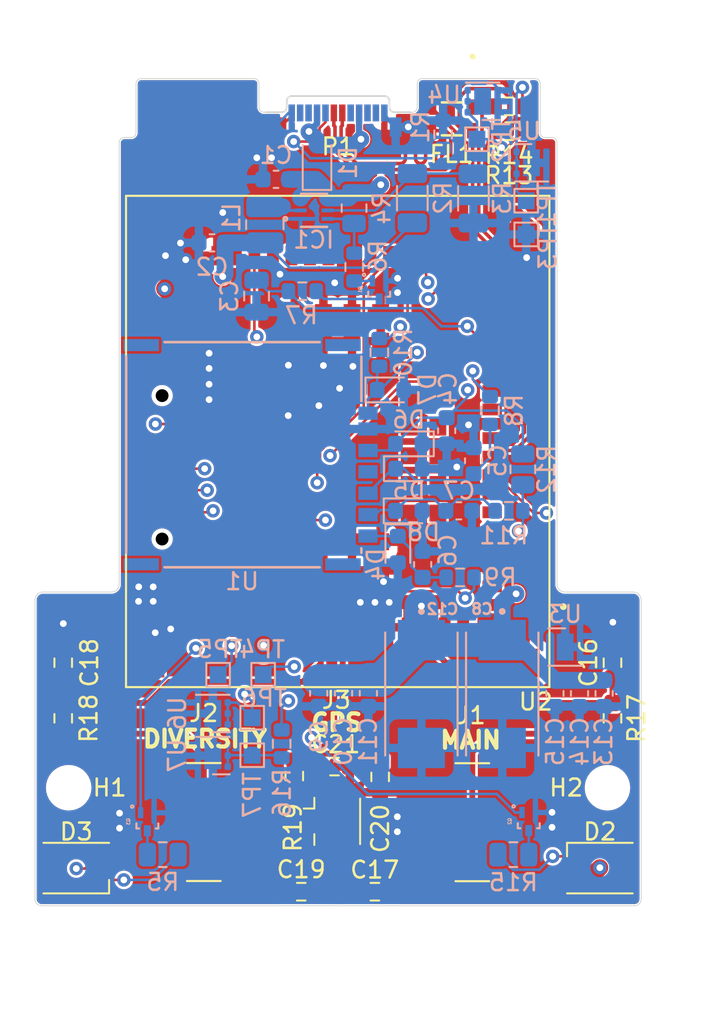
<source format=kicad_pcb>
(kicad_pcb (version 20221018) (generator pcbnew)

  (general
    (thickness 1.6)
  )

  (paper "A4")
  (layers
    (0 "F.Cu" signal)
    (1 "In1.Cu" signal)
    (2 "In2.Cu" signal)
    (31 "B.Cu" signal)
    (32 "B.Adhes" user "B.Adhesive")
    (33 "F.Adhes" user "F.Adhesive")
    (34 "B.Paste" user)
    (35 "F.Paste" user)
    (36 "B.SilkS" user "B.Silkscreen")
    (37 "F.SilkS" user "F.Silkscreen")
    (38 "B.Mask" user)
    (39 "F.Mask" user)
    (40 "Dwgs.User" user "User.Drawings")
    (41 "Cmts.User" user "User.Comments")
    (42 "Eco1.User" user "User.Eco1")
    (43 "Eco2.User" user "User.Eco2")
    (44 "Edge.Cuts" user)
    (45 "Margin" user)
    (46 "B.CrtYd" user "B.Courtyard")
    (47 "F.CrtYd" user "F.Courtyard")
    (48 "B.Fab" user)
    (49 "F.Fab" user)
    (50 "User.1" user)
    (51 "User.2" user)
    (52 "User.3" user)
    (53 "User.4" user)
    (54 "User.5" user)
    (55 "User.6" user)
    (56 "User.7" user)
    (57 "User.8" user)
    (58 "User.9" user)
  )

  (setup
    (stackup
      (layer "F.SilkS" (type "Top Silk Screen"))
      (layer "F.Paste" (type "Top Solder Paste"))
      (layer "F.Mask" (type "Top Solder Mask") (thickness 0.01))
      (layer "F.Cu" (type "copper") (thickness 0.035))
      (layer "dielectric 1" (type "prepreg") (thickness 0.1) (material "FR4") (epsilon_r 4.5) (loss_tangent 0.02))
      (layer "In1.Cu" (type "copper") (thickness 0.035))
      (layer "dielectric 2" (type "core") (thickness 1.24) (material "FR4") (epsilon_r 4.5) (loss_tangent 0.02))
      (layer "In2.Cu" (type "copper") (thickness 0.035))
      (layer "dielectric 3" (type "prepreg") (thickness 0.1) (material "FR4") (epsilon_r 4.5) (loss_tangent 0.02))
      (layer "B.Cu" (type "copper") (thickness 0.035))
      (layer "B.Mask" (type "Bottom Solder Mask") (thickness 0.01))
      (layer "B.Paste" (type "Bottom Solder Paste"))
      (layer "B.SilkS" (type "Bottom Silk Screen"))
      (copper_finish "None")
      (dielectric_constraints no)
    )
    (pad_to_mask_clearance 0)
    (pcbplotparams
      (layerselection 0x00010fc_ffffffff)
      (plot_on_all_layers_selection 0x0000000_00000000)
      (disableapertmacros false)
      (usegerberextensions false)
      (usegerberattributes true)
      (usegerberadvancedattributes true)
      (creategerberjobfile true)
      (dashed_line_dash_ratio 12.000000)
      (dashed_line_gap_ratio 3.000000)
      (svgprecision 4)
      (plotframeref false)
      (viasonmask false)
      (mode 1)
      (useauxorigin false)
      (hpglpennumber 1)
      (hpglpenspeed 20)
      (hpglpendiameter 15.000000)
      (dxfpolygonmode true)
      (dxfimperialunits true)
      (dxfusepcbnewfont true)
      (psnegative false)
      (psa4output false)
      (plotreference true)
      (plotvalue true)
      (plotinvisibletext false)
      (sketchpadsonfab false)
      (subtractmaskfromsilk false)
      (outputformat 1)
      (mirror false)
      (drillshape 1)
      (scaleselection 1)
      (outputdirectory "")
    )
  )

  (net 0 "")
  (net 1 "VBUS")
  (net 2 "GND")
  (net 3 "+3V8")
  (net 4 "/POWER_GOOD")
  (net 5 "/USIM_PRESENCE")
  (net 6 "/ANT_MAIN")
  (net 7 "/ANT_DIV")
  (net 8 "/ANT_GNSS")
  (net 9 "Net-(J3-In)")
  (net 10 "Net-(D1-A)")
  (net 11 "Net-(D2-K)")
  (net 12 "Net-(D3-K)")
  (net 13 "/USB_D+")
  (net 14 "/USB_D-")
  (net 15 "Net-(IC1-SW)")
  (net 16 "Net-(IC1-FB)")
  (net 17 "Net-(IC1-PG)")
  (net 18 "Net-(P1-CC)")
  (net 19 "unconnected-(P1-VCONN-PadB5)")
  (net 20 "Net-(Q1-B)")
  (net 21 "Net-(Q1-C)")
  (net 22 "/NETLIGHT")
  (net 23 "Net-(Q2-C)")
  (net 24 "/STATUS")
  (net 25 "Net-(Q3-C)")
  (net 26 "/USIM_RST")
  (net 27 "/USIM_CLK")
  (net 28 "/VDD_EXT")
  (net 29 "/USIM_DATA")
  (net 30 "Net-(R13-Pad1)")
  (net 31 "Net-(R14-Pad1)")
  (net 32 "Net-(R16-Pad2)")
  (net 33 "Net-(U2-DBG_TXD)")
  (net 34 "Net-(U2-DBG_RXD)")
  (net 35 "Net-(U2-USB_BOOT)")
  (net 36 "unconnected-(U1-VPP-PadC6)")
  (net 37 "unconnected-(U2-RESET_N-Pad17)")
  (net 38 "unconnected-(U2-RESERVED-Pad18)")
  (net 39 "unconnected-(U2-PCM_DOUT-Pad7)")
  (net 40 "unconnected-(U2-PCM_DIN-Pad6)")
  (net 41 "unconnected-(U2-PCM_SYNC-Pad5)")
  (net 42 "unconnected-(U2-PCM_CLK-Pad4)")
  (net 43 "unconnected-(U2-RI-Pad39)")
  (net 44 "unconnected-(U2-DCD-Pad38)")
  (net 45 "unconnected-(U2-RTS-Pad37)")
  (net 46 "unconnected-(U2-CTS-Pad36)")
  (net 47 "unconnected-(U2-TXD-Pad35)")
  (net 48 "unconnected-(U2-RXD-Pad34)")
  (net 49 "unconnected-(U2-I2C_SCL-Pad40)")
  (net 50 "unconnected-(U2-I2C_SDA-Pad41)")
  (net 51 "unconnected-(U2-ADC0-Pad24)")
  (net 52 "unconnected-(U2-AP_READY-Pad19)")
  (net 53 "unconnected-(U2-DTR-Pad30)")
  (net 54 "unconnected-(U2-SPI_MISO-Pad28)")
  (net 55 "unconnected-(U2-SPI_MOSI-Pad27)")
  (net 56 "unconnected-(U2-SPI_CLK-Pad26)")
  (net 57 "unconnected-(U2-USIM2_RST-Pad85)")
  (net 58 "unconnected-(U2-USIM2_CLK-Pad84)")
  (net 59 "unconnected-(U2-USIM2_PRESENCE-Pad83)")
  (net 60 "unconnected-(U2-USIM2_DATA-Pad86)")
  (net 61 "unconnected-(U2-USIM2_VDD-Pad87)")
  (net 62 "/USIM_VDD")
  (net 63 "Net-(U1-RST)")
  (net 64 "Net-(U1-CLK)")
  (net 65 "Net-(U1-I{slash}O)")
  (net 66 "Net-(C17-Pad1)")
  (net 67 "Net-(C19-Pad1)")
  (net 68 "/USBC_D+")
  (net 69 "/USBC_D-")

  (footprint "CONSMA002-SMD:LINX_CONSMA002-SMD" (layer "F.Cu") (at 151.725 141.275))

  (footprint "Resistor_SMD:R_0603_1608Metric" (layer "F.Cu") (at 153.9 98.8 180))

  (footprint "Resistor_SMD:R_0603_1608Metric_Pad0.98x0.95mm_HandSolder" (layer "F.Cu") (at 160.05 135.1125 -90))

  (footprint "LED_SMD:LED_Cree-PLCC4_3.2x2.8mm_CCW" (layer "F.Cu") (at 128.2 144 180))

  (footprint "Resistor_SMD:R_0603_1608Metric_Pad0.98x0.95mm_HandSolder" (layer "F.Cu") (at 146.25 138.5875 -90))

  (footprint "Resistor_SMD:R_0603_1608Metric_Pad0.98x0.95mm_HandSolder" (layer "F.Cu") (at 141.15 138.5375 -90))

  (footprint "Connector_USB:USB_C_Plug_Molex_105444" (layer "F.Cu") (at 143.75 99.15))

  (footprint "MountingHole:MountingHole_2.2mm_M2" (layer "F.Cu") (at 159.75 139.23))

  (footprint "LED_SMD:LED_Cree-PLCC4_3.2x2.8mm_CCW" (layer "F.Cu") (at 159.3 144))

  (footprint "CONSMA002-SMD:LINX_CONSMA002-SMD" (layer "F.Cu") (at 135.775 141.265))

  (footprint "Resistor_SMD:R_0603_1608Metric_Pad0.98x0.95mm_HandSolder" (layer "F.Cu") (at 160.05 131.8125 90))

  (footprint "Resistor_SMD:R_0603_1608Metric_Pad0.98x0.95mm_HandSolder" (layer "F.Cu") (at 141.5625 145.4))

  (footprint "Resistor_SMD:R_0603_1608Metric_Pad0.98x0.95mm_HandSolder" (layer "F.Cu") (at 127.425 131.8125 90))

  (footprint "Resistor_SMD:R_0603_1608Metric_Pad0.98x0.95mm_HandSolder" (layer "F.Cu") (at 145.9375 145.4 180))

  (footprint "Resistor_SMD:R_0603_1608Metric_Pad0.98x0.95mm_HandSolder" (layer "F.Cu") (at 143.5375 137.975))

  (footprint "Resistor_SMD:R_0603_1608Metric_Pad0.98x0.95mm_HandSolder" (layer "F.Cu") (at 127.425 135.1125 -90))

  (footprint "MountingHole:MountingHole_2.2mm_M2" (layer "F.Cu") (at 127.75 139.23))

  (footprint "Resistor_SMD:R_0603_1608Metric" (layer "F.Cu") (at 153.925 100.275 180))

  (footprint "1206USB-113MLC:1206USB_COC" (layer "F.Cu") (at 150.5 99.5438 -90))

  (footprint "EG95:XCVR_EG95" (layer "F.Cu")
    (tstamp f851ed5b-4e23-405b-b1aa-e8d65dde7576)
    (at 143.73 118.685 180)
    (property "MANUFACTURER" "Quectel")
    (property "MAXIMUM_PACKAGE_HEIGHT" "2.5mm")
    (property "PARTREV" "1.5")
    (property "STANDARD" "Manufacturer Recommendations")
    (property "Sheetfile" "Roamer.kicad_sch")
    (property "Sheetname" "")
    (path "/e6a6b14f-fc94-4e9b-b34c-71e0e50cdc39")
    (attr smd)
    (fp_text reference "U2" (at -11.76 -15.445) (layer "F.SilkS")
        (effects (font (size 1 1) (thickness 0.15)))
      (tstamp 1d464947-5842-4187-a9bd-c30a4e55b624)
    )
    (fp_text value "EG95" (at -12.635 15.715) (layer "F.Fab")
        (effects (font (size 1 1) (thickness 0.15)))
      (tstamp 7b80973e-b338-4301-a0a8-35a68cefc798)
    )
    (fp_circle (center -5.95 -4.25) (end -5.478 -4.25)
      (stroke (width 0) (type solid)) (fill solid) (layer "F.Paste") (tstamp 67d3b74d-81a9-43e5-82a0-a58ecb94a205))
    (fp_circle (center -5.95 -2.55) (end -5.478 -2.55)
      (stroke (width 0) (type solid)) (fill solid) (layer "F.Paste") (tstamp 12d7749c-79c9-41a7-b0f5-19f3bfe17632))
    (fp_circle (center -5.95 -0.85) (end -5.478 -0.85)
      (stroke (width 0) (type solid)) (fill solid) (layer "F.Paste") (tstamp 4e384b70-bee1-4f3c-923a-35ca47ab2658))
    (fp_circle (center -5.95 0.85) (end -5.478 0.85)
      (stroke (width 0) (type solid)) (fill solid) (layer "F.Paste") (tstamp 6d05fc8f-1146-4558-87f4-124d02db3765))
    (fp_circle (center -5.95 2.55) (end -5.478 2.55)
      (stroke (width 0) (type solid)) (fill solid) (layer "F.Paste") (tstamp 357ed333-a131-4460-9f03-f99d16791163))
    (fp_circle (center -5.95 4.25) (end -5.478 4.25)
      (stroke (width 0) (type solid)) (fill solid) (layer "F.Paste") (tstamp 63f94867-3c9e-4667-930a-fee0f1e2ebe2))
    (fp_circle (center -4.25 -4.25) (end -3.778 -4.25)
      (stroke (width 0) (type solid)) (fill solid) (layer "F.Paste") (tstamp 13cc66c6-7510-4e83-a694-d08949b734e5))
    (fp_circle (center -4.25 -2.55) (end -3.778 -2.55)
      (stroke (width 0) (type solid)) (fill solid) (layer "F.Paste") (tstamp 8c7a9cf3-ddbd-4b7c-bebc-49031a5e6d73))
    (fp_circle (center -4.25 -0.85) (end -3.778 -0.85)
      (stroke (width 0) (type solid)) (fill solid) (layer "F.Paste") (tstamp 3d9d3b4e-af9b-4dbc-9336-c29b3746faba))
    (fp_circle (center -4.25 0.85) (end -3.778 0.85)
      (stroke (width 0) (type solid)) (fill solid) (layer "F.Paste") (tstamp 690ddcd6-4d8e-42c0-ad75-ff9db3797b01))
    (fp_circle (center -4.25 2.55) (end -3.778 2.55)
      (stroke (width 0) (type solid)) (fill solid) (layer "F.Paste") (tstamp 75b36f97-51b2-4f40-b557-750c42c33062))
    (fp_circle (center -4.25 4.25) (end -3.778 4.25)
      (stroke (width 0) (type solid)) (fill solid) (layer "F.Paste") (tstamp 4e758d36-1513-487c-9267-fc087fa18d60))
    (fp_circle (center -2.55 -7.65) (end -2.078 -7.65)
      (stroke (width 0) (type solid)) (fill solid) (layer "F.Paste") (tstamp 3633692c-49f1-42ca-94b0-b891b5a33b8a))
    (fp_circle (center -2.55 -5.95) (end -2.078 -5.95)
      (stroke (width 0) (type solid)) (fill solid) (layer "F.Paste") (tstamp daf7962a-2a44-472f-b9c9-8c84ea1849f8))
    (fp_circle (center -2.55 5.95) (end -2.078 5.95)
      (stroke (width 0) (type solid)) (fill solid) (layer "F.Paste") (tstamp 32fabbac-dc5d-4778-92ac-b5c62bce09fe))
    (fp_circle (center -2.55 7.65) (end -2.078 7.65)
      (stroke (width 0) (type solid)) (fill solid) (layer "F.Paste") (tstamp b9df1aa6-a689-4293-8753-7c59f8230178))
    (fp_circle (center -0.85 -7.65) (end -0.378 -7.65)
      (stroke (width 0) (type solid)) (fill solid) (layer "F.Paste") (tstamp 4d0be172-5136-470d-b73a-7a8cb51ed73c))
    (fp_circle (center -0.85 -5.95) (end -0.378 -5.95)
      (stroke (width 0) (type solid)) (fill solid) (layer "F.Paste") (tstamp e9ad7bc7-db7f-41e8-8090-37c9b439c87a))
    (fp_circle (center -0.85 5.95) (end -0.378 5.95)
      (stroke (width 0) (type solid)) (fill solid) (layer "F.Paste") (tstamp 4a30cd4e-e496-41e4-82a6-3686d3ecb188))
    (fp_circle (center -0.85 7.65) (end -0.378 7.65)
      (stroke (width 0) (type solid)) (fill solid) (layer "F.Paste") (tstamp 55b8e7ce-c026-444a-87d3-c25fb53b51c9))
    (fp_circle (center 0.85 -7.65) (end 1.322 -7.65)
      (stroke (width 0) (type solid)) (fill solid) (layer "F.Paste") (tstamp 32b20396-c9b0-4873-b9ba-fa2c66fc98d1))
    (fp_circle (center 0.85 -5.95) (end 1.322 -5.95)
      (stroke (width 0) (type solid)) (fill solid) (layer "F.Paste") (tstamp e03b0b90-06f2-4e0d-a234-628bf843efeb))
    (fp_circle (center 0.85 5.95) (end 1.322 5.95)
      (stroke (width 0) (type solid)) (fill solid) (layer "F.Paste") (tstamp 117ba3fd-2c95-455c-a1fb-79870f2b7c3e))
    (fp_circle (center 0.85 7.65) (end 1.322 7.65)
      (stroke (width 0) (type solid)) (fill solid) (layer "F.Paste") (tstamp 9cebe8bb-5944-4532-84f3-4db69cb5a267))
    (fp_circle (center 2.55 -7.65) (end 3.022 -7.65)
      (stroke (width 0) (type solid)) (fill solid) (layer "F.Paste") (tstamp 4591d32e-0bfd-40f2-a436-d8c4a8df7b9c))
    (fp_circle (center 2.55 -5.95) (end 3.022 -5.95)
      (stroke (width 0) (type solid)) (fill solid) (layer "F.Paste") (tstamp 27feb6eb-48a0-44e1-945e-be4be8aa40cb))
    (fp_circle (center 2.55 5.95) (end 3.022 5.95)
      (stroke (width 0) (type solid)) (fill solid) (layer "F.Paste") (tstamp d0d20436-b778-4fa3-9675-56b791c3d56f))
    (fp_circle (center 2.55 7.65) (end 3.022 7.65)
      (stroke (width 0) (type solid)) (fill solid) (layer "F.Paste") (tstamp defa867d-6b76-49c8-bb58-cf6b459a29a2))
    (fp_circle (center 4.25 -4.25) (end 4.722 -4.25)
      (stroke (width 0) (type solid)) (fill solid) (layer "F.Paste") (tstamp 025de2ef-81a6-402c-bdfe-0f3340f36076))
    (fp_circle (center 4.25 -2.55) (end 4.722 -2.55)
      (stroke (width 0) (type solid)) (fill solid) (layer "F.Paste") (tstamp 920f3030-f3a9-49d9-98b1-ba1e7a6cde5b))
    (fp_circle (center 4.25 -0.85) (end 4.722 -0.85)
      (stroke (width 0) (type solid)) (fill solid) (layer "F.Paste") (tstamp cf2d715c-b57e-4e29-b1b7-62efa84a9561))
    (fp_circle (center 4.25 0.85) (end 4.722 0.85)
      (stroke (width 0) (type solid)) (fill solid) (layer "F.Paste") (tstamp ca71414b-1dcf-458c-9ec7-99f7644ea8d3))
    (fp_circle (center 4.25 2.55) (end 4.722 2.55)
      (stroke (width 0) (type solid)) (fill solid) (layer "F.Paste") (tstamp c74df507-238b-4f61-b908-673a0ad914c0))
    (fp_circle (center 4.25 4.25) (end 4.722 4.25)
      (stroke (width 0) (type solid)) (fill solid) (layer "F.Paste") (tstamp 89941a95-52f2-4f01-b5ae-ea2ee97dc086))
    (fp_circle (center 5.95 -4.25) (end 6.422 -4.25)
      (stroke (width 0) (type solid)) (fill solid) (layer "F.Paste") (tstamp 464d7fed-1c31-488c-ad54-5f06dec5a552))
    (fp_circle (center 5.95 -2.55) (end 6.422 -2.55)
      (stroke (width 0) (type solid)) (fill solid) (layer "F.Paste") (tstamp 7989918b-1f57-4399-89ef-f58e0c36eb2c))
    (fp_circle (center 5.95 -0.85) (end 6.422 -0.85)
      (stroke (width 0) (type solid)) (fill solid) (layer "F.Paste") (tstamp 338601a2-47bf-49f9-ba85-32e5a710140d))
    (fp_circle (center 5.95 0.85) (end 6.422 0.85)
      (stroke (width 0) (type solid)) (fill solid) (layer "F.Paste") (tstamp 12da4203-b063-4a2b-968e-3657dc112560))
    (fp_circle (center 5.95 2.55) (end 6.422 2.55)
      (stroke (width 0) (type solid)) (fill solid) (layer "F.Paste") (tstamp 7f6528a6-3a92-4aca-ba64-fc076fca4400))
    (fp_circle (center 5.95 4.25) (end 6.422 4.25)
      (stroke (width 0) (type solid)) (fill solid) (layer "F.Paste") (tstamp faf3a879-e27f-4ff1-b81f-1530938d56fc))
    (fp_poly
      (pts
        (xy -11.66 -13.66)
        (xy -10.64 -13.66)
        (xy -10.64 -12.64)
        (xy -11.66 -12.64)
      )

      (stroke (width 0.01) (type solid)) (fill solid) (layer "F.Paste") (tstamp a4cf9f7c-fc80-4a6e-8aed-8618a06b9c70))
    (fp_poly
      (pts
        (xy -10.54 13.56)
        (xy -10.78 13.56)
        (xy -11.56 12.78)
        (xy -11.56 12.54)
        (xy -10.54 12.54)
      )

      (stroke (width 0.0001) (type solid)) (fill solid) (layer "F.Paste") (tstamp 36e8bdf4-fab0-480a-ae07-fd85752c3d27))
    (fp_poly
      (pts
        (xy -10.54 13.56)
        (xy -10.78 13.56)
        (xy -11.56 12.78)
        (xy -11.56 12.54)
        (xy -10.54 12.54)
      )

      (stroke (width 0.0001) (type solid)) (fill solid) (layer "F.Paste") (tstamp fb33d6b7-c026-42c4-b8ab-e0e13b2d656e))
    (fp_poly
      (pts
        (xy 10.54 -13.56)
        (xy 10.78 -13.56)
        (xy 11.56 -12.78)
        (xy 11.56 -12.54)
        (xy 10.54 -12.54)
      )

      (stroke (width 0.0001) (type solid)) (fill solid) (layer "F.Paste") (tstamp 74c62a22-a856-4ac7-bb7a-1febdc12e728))
    (fp_poly
      (pts
        (xy 10.54 13.56)
        (xy 10.78 13.56)
        (xy 11.56 12.78)
        (xy 11.56 12.54)
        (xy 10.54 12.54)
      )

      (stroke (width 0.0001) (type solid)) (fill solid) (layer "F.Paste") (tstamp c4360858-c8a5-42dc-836e-f31e91c33908))
    (fp_poly
      (pts
        (xy -9.525 -9.98)
        (xy -8.825 -9.98)
        (xy -8.819 -9.98)
        (xy -8.814 -9.979)
        (xy -8.808 -9.979)
        (xy -8.802 -9.978)
        (xy -8.797 -9.976)
        (xy -8.791 -9.975)
        (xy -8.786 -9.973)
        (xy -8.78 -9.97)
        (xy -8.775 -9.968)
        (xy -8.77 -9.965)
        (xy -8.765 -9.962)
        (xy -8.76 -9.959)
        (xy -8.756 -9.955)
        (xy -8.751 -9.952)
        (xy -8.747 -9.948)
        (xy -8.743 -9.944)
        (xy -8.74 -9.939)
        (xy -8.736 -9.935)
        (xy -8.733 -9.93)
        (xy -8.73 -9.925)
        (xy -8.727 -9.92)
        (xy -8.725 -9.915)
        (xy -8.722 -9.909)
        (xy -8.72 -9.904)
        (xy -8.719 -9.898)
        (xy -8.717 -9.893)
        (xy -8.716 -9.887)
        (xy -8.716 -9.881)
        (xy -8.715 -9.876)
        (xy -8.715 -9.87)
        (xy -8.715 -9.53)
        (xy -8.715 -9.524)
        (xy -8.716 -9.519)
        (xy -8.716 -9.513)
        (xy -8.717 -9.507)
        (xy -8.719 -9.502)
        (xy -8.72 -9.496)
        (xy -8.722 -9.491)
        (xy -8.725 -9.485)
        (xy -8.727 -9.48)
        (xy -8.73 -9.475)
        (xy -8.733 -9.47)
        (xy -8.736 -9.465)
        (xy -8.74 -9.461)
        (xy -8.743 -9.456)
        (xy -8.747 -9.452)
        (xy -8.751 -9.448)
        (xy -8.756 -9.445)
        (xy -8.76 -9.441)
        (xy -8.765 -9.438)
        (xy -8.77 -9.435)
        (xy -8.775 -9.432)
        (xy -8.78 -9.43)
        (xy -8.786 -9.427)
        (xy -8.791 -9.425)
        (xy -8.797 -9.424)
        (xy -8.802 -9.422)
        (xy -8.808 -9.421)
        (xy -8.814 -9.421)
        (xy -8.819 -9.42)
        (xy -8.825 -9.42)
        (xy -9.525 -9.42)
        (xy -9.531 -9.42)
        (xy -9.536 -9.421)
        (xy -9.542 -9.421)
        (xy -9.548 -9.422)
        (xy -9.553 -9.424)
        (xy -9.559 -9.425)
        (xy -9.564 -9.427)
        (xy -9.57 -9.43)
        (xy -9.575 -9.432)
        (xy -9.58 -9.435)
        (xy -9.585 -9.438)
        (xy -9.59 -9.441)
        (xy -9.594 -9.445)
        (xy -9.599 -9.448)
        (xy -9.603 -9.452)
        (xy -9.607 -9.456)
        (xy -9.61 -9.461)
        (xy -9.614 -9.465)
        (xy -9.617 -9.47)
        (xy -9.62 -9.475)
        (xy -9.623 -9.48)
        (xy -9.625 -9.485)
        (xy -9.628 -9.491)
        (xy -9.63 -9.496)
        (xy -9.631 -9.502)
        (xy -9.633 -9.507)
        (xy -9.634 -9.513)
        (xy -9.634 -9.519)
        (xy -9.635 -9.524)
        (xy -9.635 -9.53)
        (xy -9.635 -9.87)
        (xy -9.635 -9.876)
        (xy -9.634 -9.881)
        (xy -9.634 -9.887)
        (xy -9.633 -9.893)
        (xy -9.631 -9.898)
        (xy -9.63 -9.904)
        (xy -9.628 -9.909)
        (xy -9.625 -9.915)
        (xy -9.623 -9.92)
        (xy -9.62 -9.925)
        (xy -9.617 -9.93)
        (xy -9.614 -9.935)
        (xy -9.61 -9.939)
        (xy -9.607 -9.944)
        (xy -9.603 -9.948)
        (xy -9.599 -9.952)
        (xy -9.594 -9.955)
        (xy -9.59 -9.959)
        (xy -9.585 -9.962)
        (xy -9.58 -9.965)
        (xy -9.575 -9.968)
        (xy -9.57 -9.97)
        (xy -9.564 -9.973)
        (xy -9.559 -9.975)
        (xy -9.553 -9.976)
        (xy -9.548 -9.978)
        (xy -9.542 -9.979)
        (xy -9.536 -9.979)
        (xy -9.531 -9.98)
        (xy -9.525 -9.98)
      )

      (stroke (width 0.0001) (type solid)) (fill solid) (layer "F.Paste") (tstamp 381fb920-c57b-4d2c-bff1-181bec3e7f23))
    (fp_poly
      (pts
        (xy -9.525 -8.88)
        (xy -8.825 -8.88)
        (xy -8.819 -8.88)
        (xy -8.814 -8.879)
        (xy -8.808 -8.879)
        (xy -8.802 -8.878)
        (xy -8.797 -8.876)
        (xy -8.791 -8.875)
        (xy -8.786 -8.873)
        (xy -8.78 -8.87)
        (xy -8.775 -8.868)
        (xy -8.77 -8.865)
        (xy -8.765 -8.862)
        (xy -8.76 -8.859)
        (xy -8.756 -8.855)
        (xy -8.751 -8.852)
        (xy -8.747 -8.848)
        (xy -8.743 -8.844)
        (xy -8.74 -8.839)
        (xy -8.736 -8.835)
        (xy -8.733 -8.83)
        (xy -8.73 -8.825)
        (xy -8.727 -8.82)
        (xy -8.725 -8.815)
        (xy -8.722 -8.809)
        (xy -8.72 -8.804)
        (xy -8.719 -8.798)
        (xy -8.717 -8.793)
        (xy -8.716 -8.787)
        (xy -8.716 -8.781)
        (xy -8.715 -8.776)
        (xy -8.715 -8.77)
        (xy -8.715 -8.43)
        (xy -8.715 -8.424)
        (xy -8.716 -8.419)
        (xy -8.716 -8.413)
        (xy -8.717 -8.407)
        (xy -8.719 -8.402)
        (xy -8.72 -8.396)
        (xy -8.722 -8.391)
        (xy -8.725 -8.385)
        (xy -8.727 -8.38)
        (xy -8.73 -8.375)
        (xy -8.733 -8.37)
        (xy -8.736 -8.365)
        (xy -8.74 -8.361)
        (xy -8.743 -8.356)
        (xy -8.747 -8.352)
        (xy -8.751 -8.348)
        (xy -8.756 -8.345)
        (xy -8.76 -8.341)
        (xy -8.765 -8.338)
        (xy -8.77 -8.335)
        (xy -8.775 -8.332)
        (xy -8.78 -8.33)
        (xy -8.786 -8.327)
        (xy -8.791 -8.325)
        (xy -8.797 -8.324)
        (xy -8.802 -8.322)
        (xy -8.808 -8.321)
        (xy -8.814 -8.321)
        (xy -8.819 -8.32)
        (xy -8.825 -8.32)
        (xy -9.525 -8.32)
        (xy -9.531 -8.32)
        (xy -9.536 -8.321)
        (xy -9.542 -8.321)
        (xy -9.548 -8.322)
        (xy -9.553 -8.324)
        (xy -9.559 -8.325)
        (xy -9.564 -8.327)
        (xy -9.57 -8.33)
        (xy -9.575 -8.332)
        (xy -9.58 -8.335)
        (xy -9.585 -8.338)
        (xy -9.59 -8.341)
        (xy -9.594 -8.345)
        (xy -9.599 -8.348)
        (xy -9.603 -8.352)
        (xy -9.607 -8.356)
        (xy -9.61 -8.361)
        (xy -9.614 -8.365)
        (xy -9.617 -8.37)
        (xy -9.62 -8.375)
        (xy -9.623 -8.38)
        (xy -9.625 -8.385)
        (xy -9.628 -8.391)
        (xy -9.63 -8.396)
        (xy -9.631 -8.402)
        (xy -9.633 -8.407)
        (xy -9.634 -8.413)
        (xy -9.634 -8.419)
        (xy -9.635 -8.424)
        (xy -9.635 -8.43)
        (xy -9.635 -8.77)
        (xy -9.635 -8.776)
        (xy -9.634 -8.781)
        (xy -9.634 -8.787)
        (xy -9.633 -8.793)
        (xy -9.631 -8.798)
        (xy -9.63 -8.804)
        (xy -9.628 -8.809)
        (xy -9.625 -8.815)
        (xy -9.623 -8.82)
        (xy -9.62 -8.825)
        (xy -9.617 -8.83)
        (xy -9.614 -8.835)
        (xy -9.61 -8.839)
        (xy -9.607 -8.844)
        (xy -9.603 -8.848)
        (xy -9.599 -8.852)
        (xy -9.594 -8.855)
        (xy -9.59 -8.859)
        (xy -9.585 -8.862)
        (xy -9.58 -8.865)
        (xy -9.575 -8.868)
        (xy -9.57 -8.87)
        (xy -9.564 -8.873)
        (xy -9.559 -8.875)
        (xy -9.553 -8.876)
        (xy -9.548 -8.878)
        (xy -9.542 -8.879)
        (xy -9.536 -8.879)
        (xy -9.531 -8.88)
        (xy -9.525 -8.88)
      )

      (stroke (width 0.0001) (type solid)) (fill solid) (layer "F.Paste") (tstamp 15a79106-df97-4493-8a49-601ca5566463))
    (fp_poly
      (pts
        (xy -9.525 -7.78)
        (xy -8.825 -7.78)
        (xy -8.819 -7.78)
        (xy -8.814 -7.779)
        (xy -8.808 -7.779)
        (xy -8.802 -7.778)
        (xy -8.797 -7.776)
        (xy -8.791 -7.775)
        (xy -8.786 -7.773)
        (xy -8.78 -7.77)
        (xy -8.775 -7.768)
        (xy -8.77 -7.765)
        (xy -8.765 -7.762)
        (xy -8.76 -7.759)
        (xy -8.756 -7.755)
        (xy -8.751 -7.752)
        (xy -8.747 -7.748)
        (xy -8.743 -7.744)
        (xy -8.74 -7.739)
        (xy -8.736 -7.735)
        (xy -8.733 -7.73)
        (xy -8.73 -7.725)
        (xy -8.727 -7.72)
        (xy -8.725 -7.715)
        (xy -8.722 -7.709)
        (xy -8.72 -7.704)
        (xy -8.719 -7.698)
        (xy -8.717 -7.693)
        (xy -8.716 -7.687)
        (xy -8.716 -7.681)
        (xy -8.715 -7.676)
        (xy -8.715 -7.67)
        (xy -8.715 -7.33)
        (xy -8.715 -7.324)
        (xy -8.716 -7.319)
        (xy -8.716 -7.313)
        (xy -8.717 -7.307)
        (xy -8.719 -7.302)
        (xy -8.72 -7.296)
        (xy -8.722 -7.291)
        (xy -8.725 -7.285)
        (xy -8.727 -7.28)
        (xy -8.73 -7.275)
        (xy -8.733 -7.27)
        (xy -8.736 -7.265)
        (xy -8.74 -7.261)
        (xy -8.743 -7.256)
        (xy -8.747 -7.252)
        (xy -8.751 -7.248)
        (xy -8.756 -7.245)
        (xy -8.76 -7.241)
        (xy -8.765 -7.238)
        (xy -8.77 -7.235)
        (xy -8.775 -7.232)
        (xy -8.78 -7.23)
        (xy -8.786 -7.227)
        (xy -8.791 -7.225)
        (xy -8.797 -7.224)
        (xy -8.802 -7.222)
        (xy -8.808 -7.221)
        (xy -8.814 -7.221)
        (xy -8.819 -7.22)
        (xy -8.825 -7.22)
        (xy -9.525 -7.22)
        (xy -9.531 -7.22)
        (xy -9.536 -7.221)
        (xy -9.542 -7.221)
        (xy -9.548 -7.222)
        (xy -9.553 -7.224)
        (xy -9.559 -7.225)
        (xy -9.564 -7.227)
        (xy -9.57 -7.23)
        (xy -9.575 -7.232)
        (xy -9.58 -7.235)
        (xy -9.585 -7.238)
        (xy -9.59 -7.241)
        (xy -9.594 -7.245)
        (xy -9.599 -7.248)
        (xy -9.603 -7.252)
        (xy -9.607 -7.256)
        (xy -9.61 -7.261)
        (xy -9.614 -7.265)
        (xy -9.617 -7.27)
        (xy -9.62 -7.275)
        (xy -9.623 -7.28)
        (xy -9.625 -7.285)
        (xy -9.628 -7.291)
        (xy -9.63 -7.296)
        (xy -9.631 -7.302)
        (xy -9.633 -7.307)
        (xy -9.634 -7.313)
        (xy -9.634 -7.319)
        (xy -9.635 -7.324)
        (xy -9.635 -7.33)
        (xy -9.635 -7.67)
        (xy -9.635 -7.676)
        (xy -9.634 -7.681)
        (xy -9.634 -7.687)
        (xy -9.633 -7.693)
        (xy -9.631 -7.698)
        (xy -9.63 -7.704)
        (xy -9.628 -7.709)
        (xy -9.625 -7.715)
        (xy -9.623 -7.72)
        (xy -9.62 -7.725)
        (xy -9.617 -7.73)
        (xy -9.614 -7.735)
        (xy -9.61 -7.739)
        (xy -9.607 -7.744)
        (xy -9.603 -7.748)
        (xy -9.599 -7.752)
        (xy -9.594 -7.755)
        (xy -9.59 -7.759)
        (xy -9.585 -7.762)
        (xy -9.58 -7.765)
        (xy -9.575 -7.768)
        (xy -9.57 -7.77)
        (xy -9.564 -7.773)
        (xy -9.559 -7.775)
        (xy -9.553 -7.776)
        (xy -9.548 -7.778)
        (xy -9.542 -7.779)
        (xy -9.536 -7.779)
        (xy -9.531 -7.78)
        (xy -9.525 -7.78)
      )

      (stroke (width 0.0001) (type solid)) (fill solid) (layer "F.Paste") (tstamp 0c575af3-6ed1-46a3-bfde-38643bb7e524))
    (fp_poly
      (pts
        (xy -9.525 -6.68)
        (xy -8.825 -6.68)
        (xy -8.819 -6.68)
        (xy -8.814 -6.679)
        (xy -8.808 -6.679)
        (xy -8.802 -6.678)
        (xy -8.797 -6.676)
        (xy -8.791 -6.675)
        (xy -8.786 -6.673)
        (xy -8.78 -6.67)
        (xy -8.775 -6.668)
        (xy -8.77 -6.665)
        (xy -8.765 -6.662)
        (xy -8.76 -6.659)
        (xy -8.756 -6.655)
        (xy -8.751 -6.652)
        (xy -8.747 -6.648)
        (xy -8.743 -6.644)
        (xy -8.74 -6.639)
        (xy -8.736 -6.635)
        (xy -8.733 -6.63)
        (xy -8.73 -6.625)
        (xy -8.727 -6.62)
        (xy -8.725 -6.615)
        (xy -8.722 -6.609)
        (xy -8.72 -6.604)
        (xy -8.719 -6.598)
        (xy -8.717 -6.593)
        (xy -8.716 -6.587)
        (xy -8.716 -6.581)
        (xy -8.715 -6.576)
        (xy -8.715 -6.57)
        (xy -8.715 -6.23)
        (xy -8.715 -6.224)
        (xy -8.716 -6.219)
        (xy -8.716 -6.213)
        (xy -8.717 -6.207)
        (xy -8.719 -6.202)
        (xy -8.72 -6.196)
        (xy -8.722 -6.191)
        (xy -8.725 -6.185)
        (xy -8.727 -6.18)
        (xy -8.73 -6.175)
        (xy -8.733 -6.17)
        (xy -8.736 -6.165)
        (xy -8.74 -6.161)
        (xy -8.743 -6.156)
        (xy -8.747 -6.152)
        (xy -8.751 -6.148)
        (xy -8.756 -6.145)
        (xy -8.76 -6.141)
        (xy -8.765 -6.138)
        (xy -8.77 -6.135)
        (xy -8.775 -6.132)
        (xy -8.78 -6.13)
        (xy -8.786 -6.127)
        (xy -8.791 -6.125)
        (xy -8.797 -6.124)
        (xy -8.802 -6.122)
        (xy -8.808 -6.121)
        (xy -8.814 -6.121)
        (xy -8.819 -6.12)
        (xy -8.825 -6.12)
        (xy -9.525 -6.12)
        (xy -9.531 -6.12)
        (xy -9.536 -6.121)
        (xy -9.542 -6.121)
        (xy -9.548 -6.122)
        (xy -9.553 -6.124)
        (xy -9.559 -6.125)
        (xy -9.564 -6.127)
        (xy -9.57 -6.13)
        (xy -9.575 -6.132)
        (xy -9.58 -6.135)
        (xy -9.585 -6.138)
        (xy -9.59 -6.141)
        (xy -9.594 -6.145)
        (xy -9.599 -6.148)
        (xy -9.603 -6.152)
        (xy -9.607 -6.156)
        (xy -9.61 -6.161)
        (xy -9.614 -6.165)
        (xy -9.617 -6.17)
        (xy -9.62 -6.175)
        (xy -9.623 -6.18)
        (xy -9.625 -6.185)
        (xy -9.628 -6.191)
        (xy -9.63 -6.196)
        (xy -9.631 -6.202)
        (xy -9.633 -6.207)
        (xy -9.634 -6.213)
        (xy -9.634 -6.219)
        (xy -9.635 -6.224)
        (xy -9.635 -6.23)
        (xy -9.635 -6.57)
        (xy -9.635 -6.576)
        (xy -9.634 -6.581)
        (xy -9.634 -6.587)
        (xy -9.633 -6.593)
        (xy -9.631 -6.598)
        (xy -9.63 -6.604)
        (xy -9.628 -6.609)
        (xy -9.625 -6.615)
        (xy -9.623 -6.62)
        (xy -9.62 -6.625)
        (xy -9.617 -6.63)
        (xy -9.614 -6.635)
        (xy -9.61 -6.639)
        (xy -9.607 -6.644)
        (xy -9.603 -6.648)
        (xy -9.599 -6.652)
        (xy -9.594 -6.655)
        (xy -9.59 -6.659)
        (xy -9.585 -6.662)
        (xy -9.58 -6.665)
        (xy -9.575 -6.668)
        (xy -9.57 -6.67)
        (xy -9.564 -6.673)
        (xy -9.559 -6.675)
        (xy -9.553 -6.676)
        (xy -9.548 -6.678)
        (xy -9.542 -6.679)
        (xy -9.536 -6.679)
        (xy -9.531 -6.68)
        (xy -9.525 -6.68)
      )

      (stroke (width 0.0001) (type solid)) (fill solid) (layer "F.Paste") (tstamp 4a9d6eca-1bec-49f3-8d4a-6444aca6165c))
    (fp_poly
      (pts
        (xy -9.525 -5.58)
        (xy -8.825 -5.58)
        (xy -8.819 -5.58)
        (xy -8.814 -5.579)
        (xy -8.808 -5.579)
        (xy -8.802 -5.578)
        (xy -8.797 -5.576)
        (xy -8.791 -5.575)
        (xy -8.786 -5.573)
        (xy -8.78 -5.57)
        (xy -8.775 -5.568)
        (xy -8.77 -5.565)
        (xy -8.765 -5.562)
        (xy -8.76 -5.559)
        (xy -8.756 -5.555)
        (xy -8.751 -5.552)
        (xy -8.747 -5.548)
        (xy -8.743 -5.544)
        (xy -8.74 -5.539)
        (xy -8.736 -5.535)
        (xy -8.733 -5.53)
        (xy -8.73 -5.525)
        (xy -8.727 -5.52)
        (xy -8.725 -5.515)
        (xy -8.722 -5.509)
        (xy -8.72 -5.504)
        (xy -8.719 -5.498)
        (xy -8.717 -5.493)
        (xy -8.716 -5.487)
        (xy -8.716 -5.481)
        (xy -8.715 -5.476)
        (xy -8.715 -5.47)
        (xy -8.715 -5.13)
        (xy -8.715 -5.124)
        (xy -8.716 -5.119)
        (xy -8.716 -5.113)
        (xy -8.717 -5.107)
        (xy -8.719 -5.102)
        (xy -8.72 -5.096)
        (xy -8.722 -5.091)
        (xy -8.725 -5.085)
        (xy -8.727 -5.08)
        (xy -8.73 -5.075)
        (xy -8.733 -5.07)
        (xy -8.736 -5.065)
        (xy -8.74 -5.061)
        (xy -8.743 -5.056)
        (xy -8.747 -5.052)
        (xy -8.751 -5.048)
        (xy -8.756 -5.045)
        (xy -8.76 -5.041)
        (xy -8.765 -5.038)
        (xy -8.77 -5.035)
        (xy -8.775 -5.032)
        (xy -8.78 -5.03)
        (xy -8.786 -5.027)
        (xy -8.791 -5.025)
        (xy -8.797 -5.024)
        (xy -8.802 -5.022)
        (xy -8.808 -5.021)
        (xy -8.814 -5.021)
        (xy -8.819 -5.02)
        (xy -8.825 -5.02)
        (xy -9.525 -5.02)
        (xy -9.531 -5.02)
        (xy -9.536 -5.021)
        (xy -9.542 -5.021)
        (xy -9.548 -5.022)
        (xy -9.553 -5.024)
        (xy -9.559 -5.025)
        (xy -9.564 -5.027)
        (xy -9.57 -5.03)
        (xy -9.575 -5.032)
        (xy -9.58 -5.035)
        (xy -9.585 -5.038)
        (xy -9.59 -5.041)
        (xy -9.594 -5.045)
        (xy -9.599 -5.048)
        (xy -9.603 -5.052)
        (xy -9.607 -5.056)
        (xy -9.61 -5.061)
        (xy -9.614 -5.065)
        (xy -9.617 -5.07)
        (xy -9.62 -5.075)
        (xy -9.623 -5.08)
        (xy -9.625 -5.085)
        (xy -9.628 -5.091)
        (xy -9.63 -5.096)
        (xy -9.631 -5.102)
        (xy -9.633 -5.107)
        (xy -9.634 -5.113)
        (xy -9.634 -5.119)
        (xy -9.635 -5.124)
        (xy -9.635 -5.13)
        (xy -9.635 -5.47)
        (xy -9.635 -5.476)
        (xy -9.634 -5.481)
        (xy -9.634 -5.487)
        (xy -9.633 -5.493)
        (xy -9.631 -5.498)
        (xy -9.63 -5.504)
        (xy -9.628 -5.509)
        (xy -9.625 -5.515)
        (xy -9.623 -5.52)
        (xy -9.62 -5.525)
        (xy -9.617 -5.53)
        (xy -9.614 -5.535)
        (xy -9.61 -5.539)
        (xy -9.607 -5.544)
        (xy -9.603 -5.548)
        (xy -9.599 -5.552)
        (xy -9.594 -5.555)
        (xy -9.59 -5.559)
        (xy -9.585 -5.562)
        (xy -9.58 -5.565)
        (xy -9.575 -5.568)
        (xy -9.57 -5.57)
        (xy -9.564 -5.573)
        (xy -9.559 -5.575)
        (xy -9.553 -5.576)
        (xy -9.548 -5.578)
        (xy -9.542 -5.579)
        (xy -9.536 -5.579)
        (xy -9.531 -5.58)
        (xy -9.525 -5.58)
      )

      (stroke (width 0.0001) (type solid)) (fill solid) (layer "F.Paste") (tstamp e40f3414-f91c-4fbd-a4de-8dc5493441cf))
    (fp_poly
      (pts
        (xy -9.525 -4.48)
        (xy -8.825 -4.48)
        (xy -8.819 -4.48)
        (xy -8.814 -4.479)
        (xy -8.808 -4.479)
        (xy -8.802 -4.478)
        (xy -8.797 -4.476)
        (xy -8.791 -4.475)
        (xy -8.786 -4.473)
        (xy -8.78 -4.47)
        (xy -8.775 -4.468)
        (xy -8.77 -4.465)
        (xy -8.765 -4.462)
        (xy -8.76 -4.459)
        (xy -8.756 -4.455)
        (xy -8.751 -4.452)
        (xy -8.747 -4.448)
        (xy -8.743 -4.444)
        (xy -8.74 -4.439)
        (xy -8.736 -4.435)
        (xy -8.733 -4.43)
        (xy -8.73 -4.425)
        (xy -8.727 -4.42)
        (xy -8.725 -4.415)
        (xy -8.722 -4.409)
        (xy -8.72 -4.404)
        (xy -8.719 -4.398)
        (xy -8.717 -4.393)
        (xy -8.716 -4.387)
        (xy -8.716 -4.381)
        (xy -8.715 -4.376)
        (xy -8.715 -4.37)
        (xy -8.715 -4.03)
        (xy -8.715 -4.024)
        (xy -8.716 -4.019)
        (xy -8.716 -4.013)
        (xy -8.717 -4.007)
        (xy -8.719 -4.002)
        (xy -8.72 -3.996)
        (xy -8.722 -3.991)
        (xy -8.725 -3.985)
        (xy -8.727 -3.98)
        (xy -8.73 -3.975)
        (xy -8.733 -3.97)
        (xy -8.736 -3.965)
        (xy -8.74 -3.961)
        (xy -8.743 -3.956)
        (xy -8.747 -3.952)
        (xy -8.751 -3.948)
        (xy -8.756 -3.945)
        (xy -8.76 -3.941)
        (xy -8.765 -3.938)
        (xy -8.77 -3.935)
        (xy -8.775 -3.932)
        (xy -8.78 -3.93)
        (xy -8.786 -3.927)
        (xy -8.791 -3.925)
        (xy -8.797 -3.924)
        (xy -8.802 -3.922)
        (xy -8.808 -3.921)
        (xy -8.814 -3.921)
        (xy -8.819 -3.92)
        (xy -8.825 -3.92)
        (xy -9.525 -3.92)
        (xy -9.531 -3.92)
        (xy -9.536 -3.921)
        (xy -9.542 -3.921)
        (xy -9.548 -3.922)
        (xy -9.553 -3.924)
        (xy -9.559 -3.925)
        (xy -9.564 -3.927)
        (xy -9.57 -3.93)
        (xy -9.575 -3.932)
        (xy -9.58 -3.935)
        (xy -9.585 -3.938)
        (xy -9.59 -3.941)
        (xy -9.594 -3.945)
        (xy -9.599 -3.948)
        (xy -9.603 -3.952)
        (xy -9.607 -3.956)
        (xy -9.61 -3.961)
        (xy -9.614 -3.965)
        (xy -9.617 -3.97)
        (xy -9.62 -3.975)
        (xy -9.623 -3.98)
        (xy -9.625 -3.985)
        (xy -9.628 -3.991)
        (xy -9.63 -3.996)
        (xy -9.631 -4.002)
        (xy -9.633 -4.007)
        (xy -9.634 -4.013)
        (xy -9.634 -4.019)
        (xy -9.635 -4.024)
        (xy -9.635 -4.03)
        (xy -9.635 -4.37)
        (xy -9.635 -4.376)
        (xy -9.634 -4.381)
        (xy -9.634 -4.387)
        (xy -9.633 -4.393)
        (xy -9.631 -4.398)
        (xy -9.63 -4.404)
        (xy -9.628 -4.409)
        (xy -9.625 -4.415)
        (xy -9.623 -4.42)
        (xy -9.62 -4.425)
        (xy -9.617 -4.43)
        (xy -9.614 -4.435)
        (xy -9.61 -4.439)
        (xy -9.607 -4.444)
        (xy -9.603 -4.448)
        (xy -9.599 -4.452)
        (xy -9.594 -4.455)
        (xy -9.59 -4.459)
        (xy -9.585 -4.462)
        (xy -9.58 -4.465)
        (xy -9.575 -4.468)
        (xy -9.57 -4.47)
        (xy -9.564 -4.473)
        (xy -9.559 -4.475)
        (xy -9.553 -4.476)
        (xy -9.548 -4.478)
        (xy -9.542 -4.479)
        (xy -9.536 -4.479)
        (xy -9.531 -4.48)
        (xy -9.525 -4.48)
      )

      (stroke (width 0.0001) (type solid)) (fill solid) (layer "F.Paste") (tstamp 632251aa-57d5-41fd-a286-0fe541e8b458))
    (fp_poly
      (pts
        (xy -9.525 -3.38)
        (xy -8.825 -3.38)
        (xy -8.819 -3.38)
        (xy -8.814 -3.379)
        (xy -8.808 -3.379)
        (xy -8.802 -3.378)
        (xy -8.797 -3.376)
        (xy -8.791 -3.375)
        (xy -8.786 -3.373)
        (xy -8.78 -3.37)
        (xy -8.775 -3.368)
        (xy -8.77 -3.365)
        (xy -8.765 -3.362)
        (xy -8.76 -3.359)
        (xy -8.756 -3.355)
        (xy -8.751 -3.352)
        (xy -8.747 -3.348)
        (xy -8.743 -3.344)
        (xy -8.74 -3.339)
        (xy -8.736 -3.335)
        (xy -8.733 -3.33)
        (xy -8.73 -3.325)
        (xy -8.727 -3.32)
        (xy -8.725 -3.315)
        (xy -8.722 -3.309)
        (xy -8.72 -3.304)
        (xy -8.719 -3.298)
        (xy -8.717 -3.293)
        (xy -8.716 -3.287)
        (xy -8.716 -3.281)
        (xy -8.715 -3.276)
        (xy -8.715 -3.27)
        (xy -8.715 -2.93)
        (xy -8.715 -2.924)
        (xy -8.716 -2.919)
        (xy -8.716 -2.913)
        (xy -8.717 -2.907)
        (xy -8.719 -2.902)
        (xy -8.72 -2.896)
        (xy -8.722 -2.891)
        (xy -8.725 -2.885)
        (xy -8.727 -2.88)
        (xy -8.73 -2.875)
        (xy -8.733 -2.87)
        (xy -8.736 -2.865)
        (xy -8.74 -2.861)
        (xy -8.743 -2.856)
        (xy -8.747 -2.852)
        (xy -8.751 -2.848)
        (xy -8.756 -2.845)
        (xy -8.76 -2.841)
        (xy -8.765 -2.838)
        (xy -8.77 -2.835)
        (xy -8.775 -2.832)
        (xy -8.78 -2.83)
        (xy -8.786 -2.827)
        (xy -8.791 -2.825)
        (xy -8.797 -2.824)
        (xy -8.802 -2.822)
        (xy -8.808 -2.821)
        (xy -8.814 -2.821)
        (xy -8.819 -2.82)
        (xy -8.825 -2.82)
        (xy -9.525 -2.82)
        (xy -9.531 -2.82)
        (xy -9.536 -2.821)
        (xy -9.542 -2.821)
        (xy -9.548 -2.822)
        (xy -9.553 -2.824)
        (xy -9.559 -2.825)
        (xy -9.564 -2.827)
        (xy -9.57 -2.83)
        (xy -9.575 -2.832)
        (xy -9.58 -2.835)
        (xy -9.585 -2.838)
        (xy -9.59 -2.841)
        (xy -9.594 -2.845)
        (xy -9.599 -2.848)
        (xy -9.603 -2.852)
        (xy -9.607 -2.856)
        (xy -9.61 -2.861)
        (xy -9.614 -2.865)
        (xy -9.617 -2.87)
        (xy -9.62 -2.875)
        (xy -9.623 -2.88)
        (xy -9.625 -2.885)
        (xy -9.628 -2.891)
        (xy -9.63 -2.896)
        (xy -9.631 -2.902)
        (xy -9.633 -2.907)
        (xy -9.634 -2.913)
        (xy -9.634 -2.919)
        (xy -9.635 -2.924)
        (xy -9.635 -2.93)
        (xy -9.635 -3.27)
        (xy -9.635 -3.276)
        (xy -9.634 -3.281)
        (xy -9.634 -3.287)
        (xy -9.633 -3.293)
        (xy -9.631 -3.298)
        (xy -9.63 -3.304)
        (xy -9.628 -3.309)
        (xy -9.625 -3.315)
        (xy -9.623 -3.32)
        (xy -9.62 -3.325)
        (xy -9.617 -3.33)
        (xy -9.614 -3.335)
        (xy -9.61 -3.339)
        (xy -9.607 -3.344)
        (xy -9.603 -3.348)
        (xy -9.599 -3.352)
        (xy -9.594 -3.355)
        (xy -9.59 -3.359)
        (xy -9.585 -3.362)
        (xy -9.58 -3.365)
        (xy -9.575 -3.368)
        (xy -9.57 -3.37)
        (xy -9.564 -3.373)
        (xy -9.559 -3.375)
        (xy -9.553 -3.376)
        (xy -9.548 -3.378)
        (xy -9.542 -3.379)
        (xy -9.536 -3.379)
        (xy -9.531 -3.38)
        (xy -9.525 -3.38)
      )

      (stroke (width 0.0001) (type solid)) (fill solid) (layer "F.Paste") (tstamp 165f453a-045e-47a7-9b07-2475fb0ac687))
    (fp_poly
      (pts
        (xy -9.525 -2.28)
        (xy -8.825 -2.28)
        (xy -8.819 -2.28)
        (xy -8.814 -2.279)
        (xy -8.808 -2.279)
        (xy -8.802 -2.278)
        (xy -8.797 -2.276)
        (xy -8.791 -2.275)
        (xy -8.786 -2.273)
        (xy -8.78 -2.27)
        (xy -8.775 -2.268)
        (xy -8.77 -2.265)
        (xy -8.765 -2.262)
        (xy -8.76 -2.259)
        (xy -8.756 -2.255)
        (xy -8.751 -2.252)
        (xy -8.747 -2.248)
        (xy -8.743 -2.244)
        (xy -8.74 -2.239)
        (xy -8.736 -2.235)
        (xy -8.733 -2.23)
        (xy -8.73 -2.225)
        (xy -8.727 -2.22)
        (xy -8.725 -2.215)
        (xy -8.722 -2.209)
        (xy -8.72 -2.204)
        (xy -8.719 -2.198)
        (xy -8.717 -2.193)
        (xy -8.716 -2.187)
        (xy -8.716 -2.181)
        (xy -8.715 -2.176)
        (xy -8.715 -2.17)
        (xy -8.715 -1.83)
        (xy -8.715 -1.824)
        (xy -8.716 -1.819)
        (xy -8.716 -1.813)
        (xy -8.717 -1.807)
        (xy -8.719 -1.802)
        (xy -8.72 -1.796)
        (xy -8.722 -1.791)
        (xy -8.725 -1.785)
        (xy -8.727 -1.78)
        (xy -8.73 -1.775)
        (xy -8.733 -1.77)
        (xy -8.736 -1.765)
        (xy -8.74 -1.761)
        (xy -8.743 -1.756)
        (xy -8.747 -1.752)
        (xy -8.751 -1.748)
        (xy -8.756 -1.745)
        (xy -8.76 -1.741)
        (xy -8.765 -1.738)
        (xy -8.77 -1.735)
        (xy -8.775 -1.732)
        (xy -8.78 -1.73)
        (xy -8.786 -1.727)
        (xy -8.791 -1.725)
        (xy -8.797 -1.724)
        (xy -8.802 -1.722)
        (xy -8.808 -1.721)
        (xy -8.814 -1.721)
        (xy -8.819 -1.72)
        (xy -8.825 -1.72)
        (xy -9.525 -1.72)
        (xy -9.531 -1.72)
        (xy -9.536 -1.721)
        (xy -9.542 -1.721)
        (xy -9.548 -1.722)
        (xy -9.553 -1.724)
        (xy -9.559 -1.725)
        (xy -9.564 -1.727)
        (xy -9.57 -1.73)
        (xy -9.575 -1.732)
        (xy -9.58 -1.735)
        (xy -9.585 -1.738)
        (xy -9.59 -1.741)
        (xy -9.594 -1.745)
        (xy -9.599 -1.748)
        (xy -9.603 -1.752)
        (xy -9.607 -1.756)
        (xy -9.61 -1.761)
        (xy -9.614 -1.765)
        (xy -9.617 -1.77)
        (xy -9.62 -1.775)
        (xy -9.623 -1.78)
        (xy -9.625 -1.785)
        (xy -9.628 -1.791)
        (xy -9.63 -1.796)
        (xy -9.631 -1.802)
        (xy -9.633 -1.807)
        (xy -9.634 -1.813)
        (xy -9.634 -1.819)
        (xy -9.635 -1.824)
        (xy -9.635 -1.83)
        (xy -9.635 -2.17)
        (xy -9.635 -2.176)
        (xy -9.634 -2.181)
        (xy -9.634 -2.187)
        (xy -9.633 -2.193)
        (xy -9.631 -2.198)
        (xy -9.63 -2.204)
        (xy -9.628 -2.209)
        (xy -9.625 -2.215)
        (xy -9.623 -2.22)
        (xy -9.62 -2.225)
        (xy -9.617 -2.23)
        (xy -9.614 -2.235)
        (xy -9.61 -2.239)
        (xy -9.607 -2.244)
        (xy -9.603 -2.248)
        (xy -9.599 -2.252)
        (xy -9.594 -2.255)
        (xy -9.59 -2.259)
        (xy -9.585 -2.262)
        (xy -9.58 -2.265)
        (xy -9.575 -2.268)
        (xy -9.57 -2.27)
        (xy -9.564 -2.273)
        (xy -9.559 -2.275)
        (xy -9.553 -2.276)
        (xy -9.548 -2.278)
        (xy -9.542 -2.279)
        (xy -9.536 -2.279)
        (xy -9.531 -2.28)
        (xy -9.525 -2.28)
      )

      (stroke (width 0.0001) (type solid)) (fill solid) (layer "F.Paste") (tstamp cb1c1cbf-eb5c-4e30-88f9-10cfafcf0427))
    (fp_poly
      (pts
        (xy -9.525 -1.18)
        (xy -8.825 -1.18)
        (xy -8.819 -1.18)
        (xy -8.814 -1.179)
        (xy -8.808 -1.179)
        (xy -8.802 -1.178)
        (xy -8.797 -1.176)
        (xy -8.791 -1.175)
        (xy -8.786 -1.173)
        (xy -8.78 -1.17)
        (xy -8.775 -1.168)
        (xy -8.77 -1.165)
        (xy -8.765 -1.162)
        (xy -8.76 -1.159)
        (xy -8.756 -1.155)
        (xy -8.751 -1.152)
        (xy -8.747 -1.148)
        (xy -8.743 -1.144)
        (xy -8.74 -1.139)
        (xy -8.736 -1.135)
        (xy -8.733 -1.13)
        (xy -8.73 -1.125)
        (xy -8.727 -1.12)
        (xy -8.725 -1.115)
        (xy -8.722 -1.109)
        (xy -8.72 -1.104)
        (xy -8.719 -1.098)
        (xy -8.717 -1.093)
        (xy -8.716 -1.087)
        (xy -8.716 -1.081)
        (xy -8.715 -1.076)
        (xy -8.715 -1.07)
        (xy -8.715 -0.73)
        (xy -8.715 -0.724)
        (xy -8.716 -0.719)
        (xy -8.716 -0.713)
        (xy -8.717 -0.707)
        (xy -8.719 -0.702)
        (xy -8.72 -0.696)
        (xy -8.722 -0.691)
        (xy -8.725 -0.685)
        (xy -8.727 -0.68)
        (xy -8.73 -0.675)
        (xy -8.733 -0.67)
        (xy -8.736 -0.665)
        (xy -8.74 -0.661)
        (xy -8.743 -0.656)
        (xy -8.747 -0.652)
        (xy -8.751 -0.648)
        (xy -8.756 -0.645)
        (xy -8.76 -0.641)
        (xy -8.765 -0.638)
        (xy -8.77 -0.635)
        (xy -8.775 -0.632)
        (xy -8.78 -0.63)
        (xy -8.786 -0.627)
        (xy -8.791 -0.625)
        (xy -8.797 -0.624)
        (xy -8.802 -0.622)
        (xy -8.808 -0.621)
        (xy -8.814 -0.621)
        (xy -8.819 -0.62)
        (xy -8.825 -0.62)
        (xy -9.525 -0.62)
        (xy -9.531 -0.62)
        (xy -9.536 -0.621)
        (xy -9.542 -0.621)
        (xy -9.548 -0.622)
        (xy -9.553 -0.624)
        (xy -9.559 -0.625)
        (xy -9.564 -0.627)
        (xy -9.57 -0.63)
        (xy -9.575 -0.632)
        (xy -9.58 -0.635)
        (xy -9.585 -0.638)
        (xy -9.59 -0.641)
        (xy -9.594 -0.645)
        (xy -9.599 -0.648)
        (xy -9.603 -0.652)
        (xy -9.607 -0.656)
        (xy -9.61 -0.661)
        (xy -9.614 -0.665)
        (xy -9.617 -0.67)
        (xy -9.62 -0.675)
        (xy -9.623 -0.68)
        (xy -9.625 -0.685)
        (xy -9.628 -0.691)
        (xy -9.63 -0.696)
        (xy -9.631 -0.702)
        (xy -9.633 -0.707)
        (xy -9.634 -0.713)
        (xy -9.634 -0.719)
        (xy -9.635 -0.724)
        (xy -9.635 -0.73)
        (xy -9.635 -1.07)
        (xy -9.635 -1.076)
        (xy -9.634 -1.081)
        (xy -9.634 -1.087)
        (xy -9.633 -1.093)
        (xy -9.631 -1.098)
        (xy -9.63 -1.104)
        (xy -9.628 -1.109)
        (xy -9.625 -1.115)
        (xy -9.623 -1.12)
        (xy -9.62 -1.125)
        (xy -9.617 -1.13)
        (xy -9.614 -1.135)
        (xy -9.61 -1.139)
        (xy -9.607 -1.144)
        (xy -9.603 -1.148)
        (xy -9.599 -1.152)
        (xy -9.594 -1.155)
        (xy -9.59 -1.159)
        (xy -9.585 -1.162)
        (xy -9.58 -1.165)
        (xy -9.575 -1.168)
        (xy -9.57 -1.17)
        (xy -9.564 -1.173)
        (xy -9.559 -1.175)
        (xy -9.553 -1.176)
        (xy -9.548 -1.178)
        (xy -9.542 -1.179)
        (xy -9.536 -1.179)
        (xy -9.531 -1.18)
        (xy -9.525 -1.18)
      )

      (stroke (width 0.0001) (type solid)) (fill solid) (layer "F.Paste") (tstamp c11e1d9b-f371-494a-9e93-7ce3f3a628a9))
    (fp_poly
      (pts
        (xy -9.525 -0.08)
        (xy -8.825 -0.08)
        (xy -8.819 -0.08)
        (xy -8.814 -0.079)
        (xy -8.808 -0.079)
        (xy -8.802 -0.078)
        (xy -8.797 -0.076)
        (xy -8.791 -0.075)
        (xy -8.786 -0.073)
        (xy -8.78 -0.07)
        (xy -8.775 -0.068)
        (xy -8.77 -0.065)
        (xy -8.765 -0.062)
        (xy -8.76 -0.059)
        (xy -8.756 -0.055)
        (xy -8.751 -0.052)
        (xy -8.747 -0.048)
        (xy -8.743 -0.044)
        (xy -8.74 -0.039)
        (xy -8.736 -0.035)
        (xy -8.733 -0.03)
        (xy -8.73 -0.025)
        (xy -8.727 -0.02)
        (xy -8.725 -0.015)
        (xy -8.722 -0.009)
        (xy -8.72 -0.004)
        (xy -8.719 0.002)
        (xy -8.717 0.007)
        (xy -8.716 0.013)
        (xy -8.716 0.019)
        (xy -8.715 0.024)
        (xy -8.715 0.03)
        (xy -8.715 0.37)
        (xy -8.715 0.376)
        (xy -8.716 0.381)
        (xy -8.716 0.387)
        (xy -8.717 0.393)
        (xy -8.719 0.398)
        (xy -8.72 0.404)
        (xy -8.722 0.409)
        (xy -8.725 0.415)
        (xy -8.727 0.42)
        (xy -8.73 0.425)
        (xy -8.733 0.43)
        (xy -8.736 0.435)
        (xy -8.74 0.439)
        (xy -8.743 0.444)
        (xy -8.747 0.448)
        (xy -8.751 0.452)
        (xy -8.756 0.455)
        (xy -8.76 0.459)
        (xy -8.765 0.462)
        (xy -8.77 0.465)
        (xy -8.775 0.468)
        (xy -8.78 0.47)
        (xy -8.786 0.473)
        (xy -8.791 0.475)
        (xy -8.797 0.476)
        (xy -8.802 0.478)
        (xy -8.808 0.479)
        (xy -8.814 0.479)
        (xy -8.819 0.48)
        (xy -8.825 0.48)
        (xy -9.525 0.48)
        (xy -9.531 0.48)
        (xy -9.536 0.479)
        (xy -9.542 0.479)
        (xy -9.548 0.478)
        (xy -9.553 0.476)
        (xy -9.559 0.475)
        (xy -9.564 0.473)
        (xy -9.57 0.47)
        (xy -9.575 0.468)
        (xy -9.58 0.465)
        (xy -9.585 0.462)
        (xy -9.59 0.459)
        (xy -9.594 0.455)
        (xy -9.599 0.452)
        (xy -9.603 0.448)
        (xy -9.607 0.444)
        (xy -9.61 0.439)
        (xy -9.614 0.435)
        (xy -9.617 0.43)
        (xy -9.62 0.425)
        (xy -9.623 0.42)
        (xy -9.625 0.415)
        (xy -9.628 0.409)
        (xy -9.63 0.404)
        (xy -9.631 0.398)
        (xy -9.633 0.393)
        (xy -9.634 0.387)
        (xy -9.634 0.381)
        (xy -9.635 0.376)
        (xy -9.635 0.37)
        (xy -9.635 0.03)
        (xy -9.635 0.024)
        (xy -9.634 0.019)
        (xy -9.634 0.013)
        (xy -9.633 0.007)
        (xy -9.631 0.002)
        (xy -9.63 -0.004)
        (xy -9.628 -0.009)
        (xy -9.625 -0.015)
        (xy -9.623 -0.02)
        (xy -9.62 -0.025)
        (xy -9.617 -0.03)
        (xy -9.614 -0.035)
        (xy -9.61 -0.039)
        (xy -9.607 -0.044)
        (xy -9.603 -0.048)
        (xy -9.599 -0.052)
        (xy -9.594 -0.055)
        (xy -9.59 -0.059)
        (xy -9.585 -0.062)
        (xy -9.58 -0.065)
        (xy -9.575 -0.068)
        (xy -9.57 -0.07)
        (xy -9.564 -0.073)
        (xy -9.559 -0.075)
        (xy -9.553 -0.076)
        (xy -9.548 -0.078)
        (xy -9.542 -0.079)
        (xy -9.536 -0.079)
        (xy -9.531 -0.08)
        (xy -9.525 -0.08)
      )

      (stroke (width 0.0001) (type solid)) (fill solid) (layer "F.Paste") (tstamp 1f84ba8f-cbd6-4250-abd9-c591dbefd2c1))
    (fp_poly
      (pts
        (xy -9.525 1.62)
        (xy -8.825 1.62)
        (xy -8.819 1.62)
        (xy -8.814 1.621)
        (xy -8.808 1.621)
        (xy -8.802 1.622)
        (xy -8.797 1.624)
        (xy -8.791 1.625)
        (xy -8.786 1.627)
        (xy -8.78 1.63)
        (xy -8.775 1.632)
        (xy -8.77 1.635)
        (xy -8.765 1.638)
        (xy -8.76 1.641)
        (xy -8.756 1.645)
        (xy -8.751 1.648)
        (xy -8.747 1.652)
        (xy -8.743 1.656)
        (xy -8.74 1.661)
        (xy -8.736 1.665)
        (xy -8.733 1.67)
        (xy -8.73 1.675)
        (xy -8.727 1.68)
        (xy -8.725 1.685)
        (xy -8.722 1.691)
        (xy -8.72 1.696)
        (xy -8.719 1.702)
        (xy -8.717 1.707)
        (xy -8.716 1.713)
        (xy -8.716 1.719)
        (xy -8.715 1.724)
        (xy -8.715 1.73)
        (xy -8.715 2.07)
        (xy -8.715 2.076)
        (xy -8.716 2.081)
        (xy -8.716 2.087)
        (xy -8.717 2.093)
        (xy -8.719 2.098)
        (xy -8.72 2.104)
        (xy -8.722 2.109)
        (xy -8.725 2.115)
        (xy -8.727 2.12)
        (xy -8.73 2.125)
        (xy -8.733 2.13)
        (xy -8.736 2.135)
        (xy -8.74 2.139)
        (xy -8.743 2.144)
        (xy -8.747 2.148)
        (xy -8.751 2.152)
        (xy -8.756 2.155)
        (xy -8.76 2.159)
        (xy -8.765 2.162)
        (xy -8.77 2.165)
        (xy -8.775 2.168)
        (xy -8.78 2.17)
        (xy -8.786 2.173)
        (xy -8.791 2.175)
        (xy -8.797 2.176)
        (xy -8.802 2.178)
        (xy -8.808 2.179)
        (xy -8.814 2.179)
        (xy -8.819 2.18)
        (xy -8.825 2.18)
        (xy -9.525 2.18)
        (xy -9.531 2.18)
        (xy -9.536 2.179)
        (xy -9.542 2.179)
        (xy -9.548 2.178)
        (xy -9.553 2.176)
        (xy -9.559 2.175)
        (xy -9.564 2.173)
        (xy -9.57 2.17)
        (xy -9.575 2.168)
        (xy -9.58 2.165)
        (xy -9.585 2.162)
        (xy -9.59 2.159)
        (xy -9.594 2.155)
        (xy -9.599 2.152)
        (xy -9.603 2.148)
        (xy -9.607 2.144)
        (xy -9.61 2.139)
        (xy -9.614 2.135)
        (xy -9.617 2.13)
        (xy -9.62 2.125)
        (xy -9.623 2.12)
        (xy -9.625 2.115)
        (xy -9.628 2.109)
        (xy -9.63 2.104)
        (xy -9.631 2.098)
        (xy -9.633 2.093)
        (xy -9.634 2.087)
        (xy -9.634 2.081)
        (xy -9.635 2.076)
        (xy -9.635 2.07)
        (xy -9.635 1.73)
        (xy -9.635 1.724)
        (xy -9.634 1.719)
        (xy -9.634 1.713)
        (xy -9.633 1.707)
        (xy -9.631 1.702)
        (xy -9.63 1.696)
        (xy -9.628 1.691)
        (xy -9.625 1.685)
        (xy -9.623 1.68)
        (xy -9.62 1.675)
        (xy -9.617 1.67)
        (xy -9.614 1.665)
        (xy -9.61 1.661)
        (xy -9.607 1.656)
        (xy -9.603 1.652)
        (xy -9.599 1.648)
        (xy -9.594 1.645)
        (xy -9.59 1.641)
        (xy -9.585 1.638)
        (xy -9.58 1.635)
        (xy -9.575 1.632)
        (xy -9.57 1.63)
        (xy -9.564 1.627)
        (xy -9.559 1.625)
        (xy -9.553 1.624)
        (xy -9.548 1.622)
        (xy -9.542 1.621)
        (xy -9.536 1.621)
        (xy -9.531 1.62)
        (xy -9.525 1.62)
      )

      (stroke (width 0.0001) (type solid)) (fill solid) (layer "F.Paste") (tstamp 2a4dd112-a7b2-4a7b-a4b6-e9a5a3ee2c6f))
    (fp_poly
      (pts
        (xy -9.525 2.72)
        (xy -8.825 2.72)
        (xy -8.819 2.72)
        (xy -8.814 2.721)
        (xy -8.808 2.721)
        (xy -8.802 2.722)
        (xy -8.797 2.724)
        (xy -8.791 2.725)
        (xy -8.786 2.727)
        (xy -8.78 2.73)
        (xy -8.775 2.732)
        (xy -8.77 2.735)
        (xy -8.765 2.738)
        (xy -8.76 2.741)
        (xy -8.756 2.745)
        (xy -8.751 2.748)
        (xy -8.747 2.752)
        (xy -8.743 2.756)
        (xy -8.74 2.761)
        (xy -8.736 2.765)
        (xy -8.733 2.77)
        (xy -8.73 2.775)
        (xy -8.727 2.78)
        (xy -8.725 2.785)
        (xy -8.722 2.791)
        (xy -8.72 2.796)
        (xy -8.719 2.802)
        (xy -8.717 2.807)
        (xy -8.716 2.813)
        (xy -8.716 2.819)
        (xy -8.715 2.824)
        (xy -8.715 2.83)
        (xy -8.715 3.17)
        (xy -8.715 3.176)
        (xy -8.716 3.181)
        (xy -8.716 3.187)
        (xy -8.717 3.193)
        (xy -8.719 3.198)
        (xy -8.72 3.204)
        (xy -8.722 3.209)
        (xy -8.725 3.215)
        (xy -8.727 3.22)
        (xy -8.73 3.225)
        (xy -8.733 3.23)
        (xy -8.736 3.235)
        (xy -8.74 3.239)
        (xy -8.743 3.244)
        (xy -8.747 3.248)
        (xy -8.751 3.252)
        (xy -8.756 3.255)
        (xy -8.76 3.259)
        (xy -8.765 3.262)
        (xy -8.77 3.265)
        (xy -8.775 3.268)
        (xy -8.78 3.27)
        (xy -8.786 3.273)
        (xy -8.791 3.275)
        (xy -8.797 3.276)
        (xy -8.802 3.278)
        (xy -8.808 3.279)
        (xy -8.814 3.279)
        (xy -8.819 3.28)
        (xy -8.825 3.28)
        (xy -9.525 3.28)
        (xy -9.531 3.28)
        (xy -9.536 3.279)
        (xy -9.542 3.279)
        (xy -9.548 3.278)
        (xy -9.553 3.276)
        (xy -9.559 3.275)
        (xy -9.564 3.273)
        (xy -9.57 3.27)
        (xy -9.575 3.268)
        (xy -9.58 3.265)
        (xy -9.585 3.262)
        (xy -9.59 3.259)
        (xy -9.594 3.255)
        (xy -9.599 3.252)
        (xy -9.603 3.248)
        (xy -9.607 3.244)
        (xy -9.61 3.239)
        (xy -9.614 3.235)
        (xy -9.617 3.23)
        (xy -9.62 3.225)
        (xy -9.623 3.22)
        (xy -9.625 3.215)
        (xy -9.628 3.209)
        (xy -9.63 3.204)
        (xy -9.631 3.198)
        (xy -9.633 3.193)
        (xy -9.634 3.187)
        (xy -9.634 3.181)
        (xy -9.635 3.176)
        (xy -9.635 3.17)
        (xy -9.635 2.83)
        (xy -9.635 2.824)
        (xy -9.634 2.819)
        (xy -9.634 2.813)
        (xy -9.633 2.807)
        (xy -9.631 2.802)
        (xy -9.63 2.796)
        (xy -9.628 2.791)
        (xy -9.625 2.785)
        (xy -9.623 2.78)
        (xy -9.62 2.775)
        (xy -9.617 2.77)
        (xy -9.614 2.765)
        (xy -9.61 2.761)
        (xy -9.607 2.756)
        (xy -9.603 2.752)
        (xy -9.599 2.748)
        (xy -9.594 2.745)
        (xy -9.59 2.741)
        (xy -9.585 2.738)
        (xy -9.58 2.735)
        (xy -9.575 2.732)
        (xy -9.57 2.73)
        (xy -9.564 2.727)
        (xy -9.559 2.725)
        (xy -9.553 2.724)
        (xy -9.548 2.722)
        (xy -9.542 2.721)
        (xy -9.536 2.721)
        (xy -9.531 2.72)
        (xy -9.525 2.72)
      )

      (stroke (width 0.0001) (type solid)) (fill solid) (layer "F.Paste") (tstamp 94ad1c8f-d668-4e73-88d9-c58259e25c3d))
    (fp_poly
      (pts
        (xy -9.525 3.82)
        (xy -8.825 3.82)
        (xy -8.819 3.82)
        (xy -8.814 3.821)
        (xy -8.808 3.821)
        (xy -8.802 3.822)
        (xy -8.797 3.824)
        (xy -8.791 3.825)
        (xy -8.786 3.827)
        (xy -8.78 3.83)
        (xy -8.775 3.832)
        (xy -8.77 3.835)
        (xy -8.765 3.838)
        (xy -8.76 3.841)
        (xy -8.756 3.845)
        (xy -8.751 3.848)
        (xy -8.747 3.852)
        (xy -8.743 3.856)
        (xy -8.74 3.861)
        (xy -8.736 3.865)
        (xy -8.733 3.87)
        (xy -8.73 3.875)
        (xy -8.727 3.88)
        (xy -8.725 3.885)
        (xy -8.722 3.891)
        (xy -8.72 3.896)
        (xy -8.719 3.902)
        (xy -8.717 3.907)
        (xy -8.716 3.913)
        (xy -8.716 3.919)
        (xy -8.715 3.924)
        (xy -8.715 3.93)
        (xy -8.715 4.27)
        (xy -8.715 4.276)
        (xy -8.716 4.281)
        (xy -8.716 4.287)
        (xy -8.717 4.293)
        (xy -8.719 4.298)
        (xy -8.72 4.304)
        (xy -8.722 4.309)
        (xy -8.725 4.315)
        (xy -8.727 4.32)
        (xy -8.73 4.325)
        (xy -8.733 4.33)
        (xy -8.736 4.335)
        (xy -8.74 4.339)
        (xy -8.743 4.344)
        (xy -8.747 4.348)
        (xy -8.751 4.352)
        (xy -8.756 4.355)
        (xy -8.76 4.359)
        (xy -8.765 4.362)
        (xy -8.77 4.365)
        (xy -8.775 4.368)
        (xy -8.78 4.37)
        (xy -8.786 4.373)
        (xy -8.791 4.375)
        (xy -8.797 4.376)
        (xy -8.802 4.378)
        (xy -8.808 4.379)
        (xy -8.814 4.379)
        (xy -8.819 4.38)
        (xy -8.825 4.38)
        (xy -9.525 4.38)
        (xy -9.531 4.38)
        (xy -9.536 4.379)
        (xy -9.542 4.379)
        (xy -9.548 4.378)
        (xy -9.553 4.376)
        (xy -9.559 4.375)
        (xy -9.564 4.373)
        (xy -9.57 4.37)
        (xy -9.575 4.368)
        (xy -9.58 4.365)
        (xy -9.585 4.362)
        (xy -9.59 4.359)
        (xy -9.594 4.355)
        (xy -9.599 4.352)
        (xy -9.603 4.348)
        (xy -9.607 4.344)
        (xy -9.61 4.339)
        (xy -9.614 4.335)
        (xy -9.617 4.33)
        (xy -9.62 4.325)
        (xy -9.623 4.32)
        (xy -9.625 4.315)
        (xy -9.628 4.309)
        (xy -9.63 4.304)
        (xy -9.631 4.298)
        (xy -9.633 4.293)
        (xy -9.634 4.287)
        (xy -9.634 4.281)
        (xy -9.635 4.276)
        (xy -9.635 4.27)
        (xy -9.635 3.93)
        (xy -9.635 3.924)
        (xy -9.634 3.919)
        (xy -9.634 3.913)
        (xy -9.633 3.907)
        (xy -9.631 3.902)
        (xy -9.63 3.896)
        (xy -9.628 3.891)
        (xy -9.625 3.885)
        (xy -9.623 3.88)
        (xy -9.62 3.875)
        (xy -9.617 3.87)
        (xy -9.614 3.865)
        (xy -9.61 3.861)
        (xy -9.607 3.856)
        (xy -9.603 3.852)
        (xy -9.599 3.848)
        (xy -9.594 3.845)
        (xy -9.59 3.841)
        (xy -9.585 3.838)
        (xy -9.58 3.835)
        (xy -9.575 3.832)
        (xy -9.57 3.83)
        (xy -9.564 3.827)
        (xy -9.559 3.825)
        (xy -9.553 3.824)
        (xy -9.548 3.822)
        (xy -9.542 3.821)
        (xy -9.536 3.821)
        (xy -9.531 3.82)
        (xy -9.525 3.82)
      )

      (stroke (width 0.0001) (type solid)) (fill solid) (layer "F.Paste") (tstamp ef23a725-1373-4148-862b-20b5d9de1bf1))
    (fp_poly
      (pts
        (xy -9.525 4.92)
        (xy -8.825 4.92)
        (xy -8.819 4.92)
        (xy -8.814 4.921)
        (xy -8.808 4.921)
        (xy -8.802 4.922)
        (xy -8.797 4.924)
        (xy -8.791 4.925)
        (xy -8.786 4.927)
        (xy -8.78 4.93)
        (xy -8.775 4.932)
        (xy -8.77 4.935)
        (xy -8.765 4.938)
        (xy -8.76 4.941)
        (xy -8.756 4.945)
        (xy -8.751 4.948)
        (xy -8.747 4.952)
        (xy -8.743 4.956)
        (xy -8.74 4.961)
        (xy -8.736 4.965)
        (xy -8.733 4.97)
        (xy -8.73 4.975)
        (xy -8.727 4.98)
        (xy -8.725 4.985)
        (xy -8.722 4.991)
        (xy -8.72 4.996)
        (xy -8.719 5.002)
        (xy -8.717 5.007)
        (xy -8.716 5.013)
        (xy -8.716 5.019)
        (xy -8.715 5.024)
        (xy -8.715 5.03)
        (xy -8.715 5.37)
        (xy -8.715 5.376)
        (xy -8.716 5.381)
        (xy -8.716 5.387)
        (xy -8.717 5.393)
        (xy -8.719 5.398)
        (xy -8.72 5.404)
        (xy -8.722 5.409)
        (xy -8.725 5.415)
        (xy -8.727 5.42)
        (xy -8.73 5.425)
        (xy -8.733 5.43)
        (xy -8.736 5.435)
        (xy -8.74 5.439)
        (xy -8.743 5.444)
        (xy -8.747 5.448)
        (xy -8.751 5.452)
        (xy -8.756 5.455)
        (xy -8.76 5.459)
        (xy -8.765 5.462)
        (xy -8.77 5.465)
        (xy -8.775 5.468)
        (xy -8.78 5.47)
        (xy -8.786 5.473)
        (xy -8.791 5.475)
        (xy -8.797 5.476)
        (xy -8.802 5.478)
        (xy -8.808 5.479)
        (xy -8.814 5.479)
        (xy -8.819 5.48)
        (xy -8.825 5.48)
        (xy -9.525 5.48)
        (xy -9.531 5.48)
        (xy -9.536 5.479)
        (xy -9.542 5.479)
        (xy -9.548 5.478)
        (xy -9.553 5.476)
        (xy -9.559 5.475)
        (xy -9.564 5.473)
        (xy -9.57 5.47)
        (xy -9.575 5.468)
        (xy -9.58 5.465)
        (xy -9.585 5.462)
        (xy -9.59 5.459)
        (xy -9.594 5.455)
        (xy -9.599 5.452)
        (xy -9.603 5.448)
        (xy -9.607 5.444)
        (xy -9.61 5.439)
        (xy -9.614 5.435)
        (xy -9.617 5.43)
        (xy -9.62 5.425)
        (xy -9.623 5.42)
        (xy -9.625 5.415)
        (xy -9.628 5.409)
        (xy -9.63 5.404)
        (xy -9.631 5.398)
        (xy -9.633 5.393)
        (xy -9.634 5.387)
        (xy -9.634 5.381)
        (xy -9.635 5.376)
        (xy -9.635 5.37)
        (xy -9.635 5.03)
        (xy -9.635 5.024)
        (xy -9.634 5.019)
        (xy -9.634 5.013)
        (xy -9.633 5.007)
        (xy -9.631 5.002)
        (xy -9.63 4.996)
        (xy -9.628 4.991)
        (xy -9.625 4.985)
        (xy -9.623 4.98)
        (xy -9.62 4.975)
        (xy -9.617 4.97)
        (xy -9.614 4.965)
        (xy -9.61 4.961)
        (xy -9.607 4.956)
        (xy -9.603 4.952)
        (xy -9.599 4.948)
        (xy -9.594 4.945)
        (xy -9.59 4.941)
        (xy -9.585 4.938)
        (xy -9.58 4.935)
        (xy -9.575 4.932)
        (xy -9.57 4.93)
        (xy -9.564 4.927)
        (xy -9.559 4.925)
        (xy -9.553 4.924)
        (xy -9.548 4.922)
        (xy -9.542 4.921)
        (xy -9.536 4.921)
        (xy -9.531 4.92)
        (xy -9.525 4.92)
      )

      (stroke (width 0.0001) (type solid)) (fill solid) (layer "F.Paste") (tstamp c278aba6-f414-49a6-b84d-5a455c95b3a1))
    (fp_poly
      (pts
        (xy -9.525 6.02)
        (xy -8.825 6.02)
        (xy -8.819 6.02)
        (xy -8.814 6.021)
        (xy -8.808 6.021)
        (xy -8.802 6.022)
        (xy -8.797 6.024)
        (xy -8.791 6.025)
        (xy -8.786 6.027)
        (xy -8.78 6.03)
        (xy -8.775 6.032)
        (xy -8.77 6.035)
        (xy -8.765 6.038)
        (xy -8.76 6.041)
        (xy -8.756 6.045)
        (xy -8.751 6.048)
        (xy -8.747 6.052)
        (xy -8.743 6.056)
        (xy -8.74 6.061)
        (xy -8.736 6.065)
        (xy -8.733 6.07)
        (xy -8.73 6.075)
        (xy -8.727 6.08)
        (xy -8.725 6.085)
        (xy -8.722 6.091)
        (xy -8.72 6.096)
        (xy -8.719 6.102)
        (xy -8.717 6.107)
        (xy -8.716 6.113)
        (xy -8.716 6.119)
        (xy -8.715 6.124)
        (xy -8.715 6.13)
        (xy -8.715 6.47)
        (xy -8.715 6.476)
        (xy -8.716 6.481)
        (xy -8.716 6.487)
        (xy -8.717 6.493)
        (xy -8.719 6.498)
        (xy -8.72 6.504)
        (xy -8.722 6.509)
        (xy -8.725 6.515)
        (xy -8.727 6.52)
        (xy -8.73 6.525)
        (xy -8.733 6.53)
        (xy -8.736 6.535)
        (xy -8.74 6.539)
        (xy -8.743 6.544)
        (xy -8.747 6.548)
        (xy -8.751 6.552)
        (xy -8.756 6.555)
        (xy -8.76 6.559)
        (xy -8.765 6.562)
        (xy -8.77 6.565)
        (xy -8.775 6.568)
        (xy -8.78 6.57)
        (xy -8.786 6.573)
        (xy -8.791 6.575)
        (xy -8.797 6.576)
        (xy -8.802 6.578)
        (xy -8.808 6.579)
        (xy -8.814 6.579)
        (xy -8.819 6.58)
        (xy -8.825 6.58)
        (xy -9.525 6.58)
        (xy -9.531 6.58)
        (xy -9.536 6.579)
        (xy -9.542 6.579)
        (xy -9.548 6.578)
        (xy -9.553 6.576)
        (xy -9.559 6.575)
        (xy -9.564 6.573)
        (xy -9.57 6.57)
        (xy -9.575 6.568)
        (xy -9.58 6.565)
        (xy -9.585 6.562)
        (xy -9.59 6.559)
        (xy -9.594 6.555)
        (xy -9.599 6.552)
        (xy -9.603 6.548)
        (xy -9.607 6.544)
        (xy -9.61 6.539)
        (xy -9.614 6.535)
        (xy -9.617 6.53)
        (xy -9.62 6.525)
        (xy -9.623 6.52)
        (xy -9.625 6.515)
        (xy -9.628 6.509)
        (xy -9.63 6.504)
        (xy -9.631 6.498)
        (xy -9.633 6.493)
        (xy -9.634 6.487)
        (xy -9.634 6.481)
        (xy -9.635 6.476)
        (xy -9.635 6.47)
        (xy -9.635 6.13)
        (xy -9.635 6.124)
        (xy -9.634 6.119)
        (xy -9.634 6.113)
        (xy -9.633 6.107)
        (xy -9.631 6.102)
        (xy -9.63 6.096)
        (xy -9.628 6.091)
        (xy -9.625 6.085)
        (xy -9.623 6.08)
        (xy -9.62 6.075)
        (xy -9.617 6.07)
        (xy -9.614 6.065)
        (xy -9.61 6.061)
        (xy -9.607 6.056)
        (xy -9.603 6.052)
        (xy -9.599 6.048)
        (xy -9.594 6.045)
        (xy -9.59 6.041)
        (xy -9.585 6.038)
        (xy -9.58 6.035)
        (xy -9.575 6.032)
        (xy -9.57 6.03)
        (xy -9.564 6.027)
        (xy -9.559 6.025)
        (xy -9.553 6.024)
        (xy -9.548 6.022)
        (xy -9.542 6.021)
        (xy -9.536 6.021)
        (xy -9.531 6.02)
        (xy -9.525 6.02)
      )

      (stroke (width 0.0001) (type solid)) (fill solid) (layer "F.Paste") (tstamp bd334a4a-7a1d-4728-a0ff-54f7aa497a0d))
    (fp_poly
      (pts
        (xy -9.525 7.12)
        (xy -8.825 7.12)
        (xy -8.819 7.12)
        (xy -8.814 7.121)
        (xy -8.808 7.121)
        (xy -8.802 7.122)
        (xy -8.797 7.124)
        (xy -8.791 7.125)
        (xy -8.786 7.127)
        (xy -8.78 7.13)
        (xy -8.775 7.132)
        (xy -8.77 7.135)
        (xy -8.765 7.138)
        (xy -8.76 7.141)
        (xy -8.756 7.145)
        (xy -8.751 7.148)
        (xy -8.747 7.152)
        (xy -8.743 7.156)
        (xy -8.74 7.161)
        (xy -8.736 7.165)
        (xy -8.733 7.17)
        (xy -8.73 7.175)
        (xy -8.727 7.18)
        (xy -8.725 7.185)
        (xy -8.722 7.191)
        (xy -8.72 7.196)
        (xy -8.719 7.202)
        (xy -8.717 7.207)
        (xy -8.716 7.213)
        (xy -8.716 7.219)
        (xy -8.715 7.224)
        (xy -8.715 7.23)
        (xy -8.715 7.57)
        (xy -8.715 7.576)
        (xy -8.716 7.581)
        (xy -8.716 7.587)
        (xy -8.717 7.593)
        (xy -8.719 7.598)
        (xy -8.72 7.604)
        (xy -8.722 7.609)
        (xy -8.725 7.615)
        (xy -8.727 7.62)
        (xy -8.73 7.625)
        (xy -8.733 7.63)
        (xy -8.736 7.635)
        (xy -8.74 7.639)
        (xy -8.743 7.644)
        (xy -8.747 7.648)
        (xy -8.751 7.652)
        (xy -8.756 7.655)
        (xy -8.76 7.659)
        (xy -8.765 7.662)
        (xy -8.77 7.665)
        (xy -8.775 7.668)
        (xy -8.78 7.67)
        (xy -8.786 7.673)
        (xy -8.791 7.675)
        (xy -8.797 7.676)
        (xy -8.802 7.678)
        (xy -8.808 7.679)
        (xy -8.814 7.679)
        (xy -8.819 7.68)
        (xy -8.825 7.68)
        (xy -9.525 7.68)
        (xy -9.531 7.68)
        (xy -9.536 7.679)
        (xy -9.542 7.679)
        (xy -9.548 7.678)
        (xy -9.553 7.676)
        (xy -9.559 7.675)
        (xy -9.564 7.673)
        (xy -9.57 7.67)
        (xy -9.575 7.668)
        (xy -9.58 7.665)
        (xy -9.585 7.662)
        (xy -9.59 7.659)
        (xy -9.594 7.655)
        (xy -9.599 7.652)
        (xy -9.603 7.648)
        (xy -9.607 7.644)
        (xy -9.61 7.639)
        (xy -9.614 7.635)
        (xy -9.617 7.63)
        (xy -9.62 7.625)
        (xy -9.623 7.62)
        (xy -9.625 7.615)
        (xy -9.628 7.609)
        (xy -9.63 7.604)
        (xy -9.631 7.598)
        (xy -9.633 7.593)
        (xy -9.634 7.587)
        (xy -9.634 7.581)
        (xy -9.635 7.576)
        (xy -9.635 7.57)
        (xy -9.635 7.23)
        (xy -9.635 7.224)
        (xy -9.634 7.219)
        (xy -9.634 7.213)
        (xy -9.633 7.207)
        (xy -9.631 7.202)
        (xy -9.63 7.196)
        (xy -9.628 7.191)
        (xy -9.625 7.185)
        (xy -9.623 7.18)
        (xy -9.62 7.175)
        (xy -9.617 7.17)
        (xy -9.614 7.165)
        (xy -9.61 7.161)
        (xy -9.607 7.156)
        (xy -9.603 7.152)
        (xy -9.599 7.148)
        (xy -9.594 7.145)
        (xy -9.59 7.141)
        (xy -9.585 7.138)
        (xy -9.58 7.135)
        (xy -9.575 7.132)
        (xy -9.57 7.13)
        (xy -9.564 7.127)
        (xy -9.559 7.125)
        (xy -9.553 7.124)
        (xy -9.548 7.122)
        (xy -9.542 7.121)
        (xy -9.536 7.121)
        (xy -9.531 7.12)
        (xy -9.525 7.12)
      )

      (stroke (width 0.0001) (type solid)) (fill solid) (layer "F.Paste") (tstamp 0be6d4c5-08ee-473b-b214-a2e8e1019ed7))
    (fp_poly
      (pts
        (xy -9.525 8.22)
        (xy -8.825 8.22)
        (xy -8.819 8.22)
        (xy -8.814 8.221)
        (xy -8.808 8.221)
        (xy -8.802 8.222)
        (xy -8.797 8.224)
        (xy -8.791 8.225)
        (xy -8.786 8.227)
        (xy -8.78 8.23)
        (xy -8.775 8.232)
        (xy -8.77 8.235)
        (xy -8.765 8.238)
        (xy -8.76 8.241)
        (xy -8.756 8.245)
        (xy -8.751 8.248)
        (xy -8.747 8.252)
        (xy -8.743 8.256)
        (xy -8.74 8.261)
        (xy -8.736 8.265)
        (xy -8.733 8.27)
        (xy -8.73 8.275)
        (xy -8.727 8.28)
        (xy -8.725 8.285)
        (xy -8.722 8.291)
        (xy -8.72 8.296)
        (xy -8.719 8.302)
        (xy -8.717 8.307)
        (xy -8.716 8.313)
        (xy -8.716 8.319)
        (xy -8.715 8.324)
        (xy -8.715 8.33)
        (xy -8.715 8.67)
        (xy -8.715 8.676)
        (xy -8.716 8.681)
        (xy -8.716 8.687)
        (xy -8.717 8.693)
        (xy -8.719 8.698)
        (xy -8.72 8.704)
        (xy -8.722 8.709)
        (xy -8.725 8.715)
        (xy -8.727 8.72)
        (xy -8.73 8.725)
        (xy -8.733 8.73)
        (xy -8.736 8.735)
        (xy -8.74 8.739)
        (xy -8.743 8.744)
        (xy -8.747 8.748)
        (xy -8.751 8.752)
        (xy -8.756 8.755)
        (xy -8.76 8.759)
        (xy -8.765 8.762)
        (xy -8.77 8.765)
        (xy -8.775 8.768)
        (xy -8.78 8.77)
        (xy -8.786 8.773)
        (xy -8.791 8.775)
        (xy -8.797 8.776)
        (xy -8.802 8.778)
        (xy -8.808 8.779)
        (xy -8.814 8.779)
        (xy -8.819 8.78)
        (xy -8.825 8.78)
        (xy -9.525 8.78)
        (xy -9.531 8.78)
        (xy -9.536 8.779)
        (xy -9.542 8.779)
        (xy -9.548 8.778)
        (xy -9.553 8.776)
        (xy -9.559 8.775)
        (xy -9.564 8.773)
        (xy -9.57 8.77)
        (xy -9.575 8.768)
        (xy -9.58 8.765)
        (xy -9.585 8.762)
        (xy -9.59 8.759)
        (xy -9.594 8.755)
        (xy -9.599 8.752)
        (xy -9.603 8.748)
        (xy -9.607 8.744)
        (xy -9.61 8.739)
        (xy -9.614 8.735)
        (xy -9.617 8.73)
        (xy -9.62 8.725)
        (xy -9.623 8.72)
        (xy -9.625 8.715)
        (xy -9.628 8.709)
        (xy -9.63 8.704)
        (xy -9.631 8.698)
        (xy -9.633 8.693)
        (xy -9.634 8.687)
        (xy -9.634 8.681)
        (xy -9.635 8.676)
        (xy -9.635 8.67)
        (xy -9.635 8.33)
        (xy -9.635 8.324)
        (xy -9.634 8.319)
        (xy -9.634 8.313)
        (xy -9.633 8.307)
        (xy -9.631 8.302)
        (xy -9.63 8.296)
        (xy -9.628 8.291)
        (xy -9.625 8.285)
        (xy -9.623 8.28)
        (xy -9.62 8.275)
        (xy -9.617 8.27)
        (xy -9.614 8.265)
        (xy -9.61 8.261)
        (xy -9.607 8.256)
        (xy -9.603 8.252)
        (xy -9.599 8.248)
        (xy -9.594 8.245)
        (xy -9.59 8.241)
        (xy -9.585 8.238)
        (xy -9.58 8.235)
        (xy -9.575 8.232)
        (xy -9.57 8.23)
        (xy -9.564 8.227)
        (xy -9.559 8.225)
        (xy -9.553 8.224)
        (xy -9.548 8.222)
        (xy -9.542 8.221)
        (xy -9.536 8.221)
        (xy -9.531 8.22)
        (xy -9.525 8.22)
      )

      (stroke (width 0.0001) (type solid)) (fill solid) (layer "F.Paste") (tstamp 0e292a8d-a873-4159-91d8-c8bc934658d4))
    (fp_poly
      (pts
        (xy -9.525 9.32)
        (xy -8.825 9.32)
        (xy -8.819 9.32)
        (xy -8.814 9.321)
        (xy -8.808 9.321)
        (xy -8.802 9.322)
        (xy -8.797 9.324)
        (xy -8.791 9.325)
        (xy -8.786 9.327)
        (xy -8.78 9.33)
        (xy -8.775 9.332)
        (xy -8.77 9.335)
        (xy -8.765 9.338)
        (xy -8.76 9.341)
        (xy -8.756 9.345)
        (xy -8.751 9.348)
        (xy -8.747 9.352)
        (xy -8.743 9.356)
        (xy -8.74 9.361)
        (xy -8.736 9.365)
        (xy -8.733 9.37)
        (xy -8.73 9.375)
        (xy -8.727 9.38)
        (xy -8.725 9.385)
        (xy -8.722 9.391)
        (xy -8.72 9.396)
        (xy -8.719 9.402)
        (xy -8.717 9.407)
        (xy -8.716 9.413)
        (xy -8.716 9.419)
        (xy -8.715 9.424)
        (xy -8.715 9.43)
        (xy -8.715 9.77)
        (xy -8.715 9.776)
        (xy -8.716 9.781)
        (xy -8.716 9.787)
        (xy -8.717 9.793)
        (xy -8.719 9.798)
        (xy -8.72 9.804)
        (xy -8.722 9.809)
        (xy -8.725 9.815)
        (xy -8.727 9.82)
        (xy -8.73 9.825)
        (xy -8.733 9.83)
        (xy -8.736 9.835)
        (xy -8.74 9.839)
        (xy -8.743 9.844)
        (xy -8.747 9.848)
        (xy -8.751 9.852)
        (xy -8.756 9.855)
        (xy -8.76 9.859)
        (xy -8.765 9.862)
        (xy -8.77 9.865)
        (xy -8.775 9.868)
        (xy -8.78 9.87)
        (xy -8.786 9.873)
        (xy -8.791 9.875)
        (xy -8.797 9.876)
        (xy -8.802 9.878)
        (xy -8.808 9.879)
        (xy -8.814 9.879)
        (xy -8.819 9.88)
        (xy -8.825 9.88)
        (xy -9.525 9.88)
        (xy -9.531 9.88)
        (xy -9.536 9.879)
        (xy -9.542 9.879)
        (xy -9.548 9.878)
        (xy -9.553 9.876)
        (xy -9.559 9.875)
        (xy -9.564 9.873)
        (xy -9.57 9.87)
        (xy -9.575 9.868)
        (xy -9.58 9.865)
        (xy -9.585 9.862)
        (xy -9.59 9.859)
        (xy -9.594 9.855)
        (xy -9.599 9.852)
        (xy -9.603 9.848)
        (xy -9.607 9.844)
        (xy -9.61 9.839)
        (xy -9.614 9.835)
        (xy -9.617 9.83)
        (xy -9.62 9.825)
        (xy -9.623 9.82)
        (xy -9.625 9.815)
        (xy -9.628 9.809)
        (xy -9.63 9.804)
        (xy -9.631 9.798)
        (xy -9.633 9.793)
        (xy -9.634 9.787)
        (xy -9.634 9.781)
        (xy -9.635 9.776)
        (xy -9.635 9.77)
        (xy -9.635 9.43)
        (xy -9.635 9.424)
        (xy -9.634 9.419)
        (xy -9.634 9.413)
        (xy -9.633 9.407)
        (xy -9.631 9.402)
        (xy -9.63 9.396)
        (xy -9.628 9.391)
        (xy -9.625 9.385)
        (xy -9.623 9.38)
        (xy -9.62 9.375)
        (xy -9.617 9.37)
        (xy -9.614 9.365)
        (xy -9.61 9.361)
        (xy -9.607 9.356)
        (xy -9.603 9.352)
        (xy -9.599 9.348)
        (xy -9.594 9.345)
        (xy -9.59 9.341)
        (xy -9.585 9.338)
        (xy -9.58 9.335)
        (xy -9.575 9.332)
        (xy -9.57 9.33)
        (xy -9.564 9.327)
        (xy -9.559 9.325)
        (xy -9.553 9.324)
        (xy -9.548 9.322)
        (xy -9.542 9.321)
        (xy -9.536 9.321)
        (xy -9.531 9.32)
        (xy -9.525 9.32)
      )

      (stroke (width 0.0001) (type solid)) (fill solid) (layer "F.Paste") (tstamp a0ed7bf0-773a-4fc4-979c-ce45e03aabff))
    (fp_poly
      (pts
        (xy -7.73 -10.675)
        (xy -7.73 -11.375)
        (xy -7.73 -11.381)
        (xy -7.729 -11.386)
        (xy -7.729 -11.392)
        (xy -7.728 -11.398)
        (xy -7.726 -11.403)
        (xy -7.725 -11.409)
        (xy -7.723 -11.414)
        (xy -7.72 -11.42)
        (xy -7.718 -11.425)
        (xy -7.715 -11.43)
        (xy -7.712 -11.435)
        (xy -7.709 -11.44)
        (xy -7.705 -11.444)
        (xy -7.702 -11.449)
        (xy -7.698 -11.453)
        (xy -7.694 -11.457)
        (xy -7.689 -11.46)
        (xy -7.685 -11.464)
        (xy -7.68 -11.467)
        (xy -7.675 -11.47)
        (xy -7.67 -11.473)
        (xy -7.665 -11.475)
        (xy -7.659 -11.478)
        (xy -7.654 -11.48)
        (xy -7.648 -11.481)
        (xy -7.643 -11.483)
        (xy -7.637 -11.484)
        (xy -7.631 -11.484)
        (xy -7.626 -11.485)
        (xy -7.62 -11.485)
        (xy -7.28 -11.485)
        (xy -7.274 -11.485)
        (xy -7.269 -11.484)
        (xy -7.263 -11.484)
        (xy -7.257 -11.483)
        (xy -7.252 -11.481)
        (xy -7.246 -11.48)
        (xy -7.241 -11.478)
        (xy -7.235 -11.475)
        (xy -7.23 -11.473)
        (xy -7.225 -11.47)
        (xy -7.22 -11.467)
        (xy -7.215 -11.464)
        (xy -7.211 -11.46)
        (xy -7.206 -11.457)
        (xy -7.202 -11.453)
        (xy -7.198 -11.449)
        (xy -7.195 -11.444)
        (xy -7.191 -11.44)
        (xy -7.188 -11.435)
        (xy -7.185 -11.43)
        (xy -7.182 -11.425)
        (xy -7.18 -11.42)
        (xy -7.177 -11.414)
        (xy -7.175 -11.409)
        (xy -7.174 -11.403)
        (xy -7.172 -11.398)
        (xy -7.171 -11.392)
        (xy -7.171 -11.386)
        (xy -7.17 -11.381)
        (xy -7.17 -11.375)
        (xy -7.17 -10.675)
        (xy -7.17 -10.669)
        (xy -7.171 -10.664)
        (xy -7.171 -10.658)
        (xy -7.172 -10.652)
        (xy -7.174 -10.647)
        (xy -7.175 -10.641)
        (xy -7.177 -10.636)
        (xy -7.18 -10.63)
        (xy -7.182 -10.625)
        (xy -7.185 -10.62)
        (xy -7.188 -10.615)
        (xy -7.191 -10.61)
        (xy -7.195 -10.606)
        (xy -7.198 -10.601)
        (xy -7.202 -10.597)
        (xy -7.206 -10.593)
        (xy -7.211 -10.59)
        (xy -7.215 -10.586)
        (xy -7.22 -10.583)
        (xy -7.225 -10.58)
        (xy -7.23 -10.577)
        (xy -7.235 -10.575)
        (xy -7.241 -10.572)
        (xy -7.246 -10.57)
        (xy -7.252 -10.569)
        (xy -7.257 -10.567)
        (xy -7.263 -10.566)
        (xy -7.269 -10.566)
        (xy -7.274 -10.565)
        (xy -7.28 -10.565)
        (xy -7.62 -10.565)
        (xy -7.626 -10.565)
        (xy -7.631 -10.566)
        (xy -7.637 -10.566)
        (xy -7.643 -10.567)
        (xy -7.648 -10.569)
        (xy -7.654 -10.57)
        (xy -7.659 -10.572)
        (xy -7.665 -10.575)
        (xy -7.67 -10.577)
        (xy -7.675 -10.58)
        (xy -7.68 -10.583)
        (xy -7.685 -10.586)
        (xy -7.689 -10.59)
        (xy -7.694 -10.593)
        (xy -7.698 -10.597)
        (xy -7.702 -10.601)
        (xy -7.705 -10.606)
        (xy -7.709 -10.61)
        (xy -7.712 -10.615)
        (xy -7.715 -10.62)
        (xy -7.718 -10.625)
        (xy -7.72 -10.63)
        (xy -7.723 -10.636)
        (xy -7.725 -10.641)
        (xy -7.726 -10.647)
        (xy -7.728 -10.652)
        (xy -7.729 -10.658)
        (xy -7.729 -10.664)
        (xy -7.73 -10.669)
        (xy -7.73 -10.675)
      )

      (stroke (width 0.0001) (type solid)) (fill solid) (layer "F.Paste") (tstamp 40ec7700-1e6c-4baa-8503-3a7794f5ae57))
    (fp_poly
      (pts
        (xy -7.73 11.375)
        (xy -7.73 10.675)
        (xy -7.73 10.669)
        (xy -7.729 10.664)
        (xy -7.729 10.658)
        (xy -7.728 10.652)
        (xy -7.726 10.647)
        (xy -7.725 10.641)
        (xy -7.723 10.636)
        (xy -7.72 10.63)
        (xy -7.718 10.625)
        (xy -7.715 10.62)
        (xy -7.712 10.615)
        (xy -7.709 10.61)
        (xy -7.705 10.606)
        (xy -7.702 10.601)
        (xy -7.698 10.597)
        (xy -7.694 10.593)
        (xy -7.689 10.59)
        (xy -7.685 10.586)
        (xy -7.68 10.583)
        (xy -7.675 10.58)
        (xy -7.67 10.577)
        (xy -7.665 10.575)
        (xy -7.659 10.572)
        (xy -7.654 10.57)
        (xy -7.648 10.569)
        (xy -7.643 10.567)
        (xy -7.637 10.566)
        (xy -7.631 10.566)
        (xy -7.626 10.565)
        (xy -7.62 10.565)
        (xy -7.28 10.565)
        (xy -7.274 10.565)
        (xy -7.269 10.566)
        (xy -7.263 10.566)
        (xy -7.257 10.567)
        (xy -7.252 10.569)
        (xy -7.246 10.57)
        (xy -7.241 10.572)
        (xy -7.235 10.575)
        (xy -7.23 10.577)
        (xy -7.225 10.58)
        (xy -7.22 10.583)
        (xy -7.215 10.586)
        (xy -7.211 10.59)
        (xy -7.206 10.593)
        (xy -7.202 10.597)
        (xy -7.198 10.601)
        (xy -7.195 10.606)
        (xy -7.191 10.61)
        (xy -7.188 10.615)
        (xy -7.185 10.62)
        (xy -7.182 10.625)
        (xy -7.18 10.63)
        (xy -7.177 10.636)
        (xy -7.175 10.641)
        (xy -7.174 10.647)
        (xy -7.172 10.652)
        (xy -7.171 10.658)
        (xy -7.171 10.664)
        (xy -7.17 10.669)
        (xy -7.17 10.675)
        (xy -7.17 11.375)
        (xy -7.17 11.381)
        (xy -7.171 11.386)
        (xy -7.171 11.392)
        (xy -7.172 11.398)
        (xy -7.174 11.403)
        (xy -7.175 11.409)
        (xy -7.177 11.414)
        (xy -7.18 11.42)
        (xy -7.182 11.425)
        (xy -7.185 11.43)
        (xy -7.188 11.435)
        (xy -7.191 11.44)
        (xy -7.195 11.444)
        (xy -7.198 11.449)
        (xy -7.202 11.453)
        (xy -7.206 11.457)
        (xy -7.211 11.46)
        (xy -7.215 11.464)
        (xy -7.22 11.467)
        (xy -7.225 11.47)
        (xy -7.23 11.473)
        (xy -7.235 11.475)
        (xy -7.241 11.478)
        (xy -7.246 11.48)
        (xy -7.252 11.481)
        (xy -7.257 11.483)
        (xy -7.263 11.484)
        (xy -7.269 11.484)
        (xy -7.274 11.485)
        (xy -7.28 11.485)
        (xy -7.62 11.485)
        (xy -7.626 11.485)
        (xy -7.631 11.484)
        (xy -7.637 11.484)
        (xy -7.643 11.483)
        (xy -7.648 11.481)
        (xy -7.654 11.48)
        (xy -7.659 11.478)
        (xy -7.665 11.475)
        (xy -7.67 11.473)
        (xy -7.675 11.47)
        (xy -7.68 11.467)
        (xy -7.685 11.464)
        (xy -7.689 11.46)
        (xy -7.694 11.457)
        (xy -7.698 11.453)
        (xy -7.702 11.449)
        (xy -7.705 11.444)
        (xy -7.709 11.44)
        (xy -7.712 11.435)
        (xy -7.715 11.43)
        (xy -7.718 11.425)
        (xy -7.72 11.42)
        (xy -7.723 11.414)
        (xy -7.725 11.409)
        (xy -7.726 11.403)
        (xy -7.728 11.398)
        (xy -7.729 11.392)
        (xy -7.729 11.386)
        (xy -7.73 11.381)
        (xy -7.73 11.375)
      )

      (stroke (width 0.0001) (type solid)) (fill solid) (layer "F.Paste") (tstamp fb2afc0b-105e-4838-9367-0556ba965603))
    (fp_poly
      (pts
        (xy -6.63 -10.675)
        (xy -6.63 -11.375)
        (xy -6.63 -11.381)
        (xy -6.629 -11.386)
        (xy -6.629 -11.392)
        (xy -6.628 -11.398)
        (xy -6.626 -11.403)
        (xy -6.625 -11.409)
        (xy -6.623 -11.414)
        (xy -6.62 -11.42)
        (xy -6.618 -11.425)
        (xy -6.615 -11.43)
        (xy -6.612 -11.435)
        (xy -6.609 -11.44)
        (xy -6.605 -11.444)
        (xy -6.602 -11.449)
        (xy -6.598 -11.453)
        (xy -6.594 -11.457)
        (xy -6.589 -11.46)
        (xy -6.585 -11.464)
        (xy -6.58 -11.467)
        (xy -6.575 -11.47)
        (xy -6.57 -11.473)
        (xy -6.565 -11.475)
        (xy -6.559 -11.478)
        (xy -6.554 -11.48)
        (xy -6.548 -11.481)
        (xy -6.543 -11.483)
        (xy -6.537 -11.484)
        (xy -6.531 -11.484)
        (xy -6.526 -11.485)
        (xy -6.52 -11.485)
        (xy -6.18 -11.485)
        (xy -6.174 -11.485)
        (xy -6.169 -11.484)
        (xy -6.163 -11.484)
        (xy -6.157 -11.483)
        (xy -6.152 -11.481)
        (xy -6.146 -11.48)
        (xy -6.141 -11.478)
        (xy -6.135 -11.475)
        (xy -6.13 -11.473)
        (xy -6.125 -11.47)
        (xy -6.12 -11.467)
        (xy -6.115 -11.464)
        (xy -6.111 -11.46)
        (xy -6.106 -11.457)
        (xy -6.102 -11.453)
        (xy -6.098 -11.449)
        (xy -6.095 -11.444)
        (xy -6.091 -11.44)
        (xy -6.088 -11.435)
        (xy -6.085 -11.43)
        (xy -6.082 -11.425)
        (xy -6.08 -11.42)
        (xy -6.077 -11.414)
        (xy -6.075 -11.409)
        (xy -6.074 -11.403)
        (xy -6.072 -11.398)
        (xy -6.071 -11.392)
        (xy -6.071 -11.386)
        (xy -6.07 -11.381)
        (xy -6.07 -11.375)
        (xy -6.07 -10.675)
        (xy -6.07 -10.669)
        (xy -6.071 -10.664)
        (xy -6.071 -10.658)
        (xy -6.072 -10.652)
        (xy -6.074 -10.647)
        (xy -6.075 -10.641)
        (xy -6.077 -10.636)
        (xy -6.08 -10.63)
        (xy -6.082 -10.625)
        (xy -6.085 -10.62)
        (xy -6.088 -10.615)
        (xy -6.091 -10.61)
        (xy -6.095 -10.606)
        (xy -6.098 -10.601)
        (xy -6.102 -10.597)
        (xy -6.106 -10.593)
        (xy -6.111 -10.59)
        (xy -6.115 -10.586)
        (xy -6.12 -10.583)
        (xy -6.125 -10.58)
        (xy -6.13 -10.577)
        (xy -6.135 -10.575)
        (xy -6.141 -10.572)
        (xy -6.146 -10.57)
        (xy -6.152 -10.569)
        (xy -6.157 -10.567)
        (xy -6.163 -10.566)
        (xy -6.169 -10.566)
        (xy -6.174 -10.565)
        (xy -6.18 -10.565)
        (xy -6.52 -10.565)
        (xy -6.526 -10.565)
        (xy -6.531 -10.566)
        (xy -6.537 -10.566)
        (xy -6.543 -10.567)
        (xy -6.548 -10.569)
        (xy -6.554 -10.57)
        (xy -6.559 -10.572)
        (xy -6.565 -10.575)
        (xy -6.57 -10.577)
        (xy -6.575 -10.58)
        (xy -6.58 -10.583)
        (xy -6.585 -10.586)
        (xy -6.589 -10.59)
        (xy -6.594 -10.593)
        (xy -6.598 -10.597)
        (xy -6.602 -10.601)
        (xy -6.605 -10.606)
        (xy -6.609 -10.61)
        (xy -6.612 -10.615)
        (xy -6.615 -10.62)
        (xy -6.618 -10.625)
        (xy -6.62 -10.63)
        (xy -6.623 -10.636)
        (xy -6.625 -10.641)
        (xy -6.626 -10.647)
        (xy -6.628 -10.652)
        (xy -6.629 -10.658)
        (xy -6.629 -10.664)
        (xy -6.63 -10.669)
        (xy -6.63 -10.675)
      )

      (stroke (width 0.0001) (type solid)) (fill solid) (layer "F.Paste") (tstamp 012351e0-f3f9-4261-a43c-fc2313d53452))
    (fp_poly
      (pts
        (xy -6.63 11.375)
        (xy -6.63 10.675)
        (xy -6.63 10.669)
        (xy -6.629 10.664)
        (xy -6.629 10.658)
        (xy -6.628 10.652)
        (xy -6.626 10.647)
        (xy -6.625 10.641)
        (xy -6.623 10.636)
        (xy -6.62 10.63)
        (xy -6.618 10.625)
        (xy -6.615 10.62)
        (xy -6.612 10.615)
        (xy -6.609 10.61)
        (xy -6.605 10.606)
        (xy -6.602 10.601)
        (xy -6.598 10.597)
        (xy -6.594 10.593)
        (xy -6.589 10.59)
        (xy -6.585 10.586)
        (xy -6.58 10.583)
        (xy -6.575 10.58)
        (xy -6.57 10.577)
        (xy -6.565 10.575)
        (xy -6.559 10.572)
        (xy -6.554 10.57)
        (xy -6.548 10.569)
        (xy -6.543 10.567)
        (xy -6.537 10.566)
        (xy -6.531 10.566)
        (xy -6.526 10.565)
        (xy -6.52 10.565)
        (xy -6.18 10.565)
        (xy -6.174 10.565)
        (xy -6.169 10.566)
        (xy -6.163 10.566)
        (xy -6.157 10.567)
        (xy -6.152 10.569)
        (xy -6.146 10.57)
        (xy -6.141 10.572)
        (xy -6.135 10.575)
        (xy -6.13 10.577)
        (xy -6.125 10.58)
        (xy -6.12 10.583)
        (xy -6.115 10.586)
        (xy -6.111 10.59)
        (xy -6.106 10.593)
        (xy -6.102 10.597)
        (xy -6.098 10.601)
        (xy -6.095 10.606)
        (xy -6.091 10.61)
        (xy -6.088 10.615)
        (xy -6.085 10.62)
        (xy -6.082 10.625)
        (xy -6.08 10.63)
        (xy -6.077 10.636)
        (xy -6.075 10.641)
        (xy -6.074 10.647)
        (xy -6.072 10.652)
        (xy -6.071 10.658)
        (xy -6.071 10.664)
        (xy -6.07 10.669)
        (xy -6.07 10.675)
        (xy -6.07 11.375)
        (xy -6.07 11.381)
        (xy -6.071 11.386)
        (xy -6.071 11.392)
        (xy -6.072 11.398)
        (xy -6.074 11.403)
        (xy -6.075 11.409)
        (xy -6.077 11.414)
        (xy -6.08 11.42)
        (xy -6.082 11.425)
        (xy -6.085 11.43)
        (xy -6.088 11.435)
        (xy -6.091 11.44)
        (xy -6.095 11.444)
        (xy -6.098 11.449)
        (xy -6.102 11.453)
        (xy -6.106 11.457)
        (xy -6.111 11.46)
        (xy -6.115 11.464)
        (xy -6.12 11.467)
        (xy -6.125 11.47)
        (xy -6.13 11.473)
        (xy -6.135 11.475)
        (xy -6.141 11.478)
        (xy -6.146 11.48)
        (xy -6.152 11.481)
        (xy -6.157 11.483)
        (xy -6.163 11.484)
        (xy -6.169 11.484)
        (xy -6.174 11.485)
        (xy -6.18 11.485)
        (xy -6.52 11.485)
        (xy -6.526 11.485)
        (xy -6.531 11.484)
        (xy -6.537 11.484)
        (xy -6.543 11.483)
        (xy -6.548 11.481)
        (xy -6.554 11.48)
        (xy -6.559 11.478)
        (xy -6.565 11.475)
        (xy -6.57 11.473)
        (xy -6.575 11.47)
        (xy -6.58 11.467)
        (xy -6.585 11.464)
        (xy -6.589 11.46)
        (xy -6.594 11.457)
        (xy -6.598 11.453)
        (xy -6.602 11.449)
        (xy -6.605 11.444)
        (xy -6.609 11.44)
        (xy -6.612 11.435)
        (xy -6.615 11.43)
        (xy -6.618 11.425)
        (xy -6.62 11.42)
        (xy -6.623 11.414)
        (xy -6.625 11.409)
        (xy -6.626 11.403)
        (xy -6.628 11.398)
        (xy -6.629 11.392)
        (xy -6.629 11.386)
        (xy -6.63 11.381)
        (xy -6.63 11.375)
      )

      (stroke (width 0.0001) (type solid)) (fill solid) (layer "F.Paste") (tstamp ef10fb17-8d78-4ee5-8e7a-b40473acc7b4))
    (fp_poly
      (pts
        (xy -5.53 -10.675)
        (xy -5.53 -11.375)
        (xy -5.53 -11.381)
        (xy -5.529 -11.386)
        (xy -5.529 -11.392)
        (xy -5.528 -11.398)
        (xy -5.526 -11.403)
        (xy -5.525 -11.409)
        (xy -5.523 -11.414)
        (xy -5.52 -11.42)
        (xy -5.518 -11.425)
        (xy -5.515 -11.43)
        (xy -5.512 -11.435)
        (xy -5.509 -11.44)
        (xy -5.505 -11.444)
        (xy -5.502 -11.449)
        (xy -5.498 -11.453)
        (xy -5.494 -11.457)
        (xy -5.489 -11.46)
        (xy -5.485 -11.464)
        (xy -5.48 -11.467)
        (xy -5.475 -11.47)
        (xy -5.47 -11.473)
        (xy -5.465 -11.475)
        (xy -5.459 -11.478)
        (xy -5.454 -11.48)
        (xy -5.448 -11.481)
        (xy -5.443 -11.483)
        (xy -5.437 -11.484)
        (xy -5.431 -11.484)
        (xy -5.426 -11.485)
        (xy -5.42 -11.485)
        (xy -5.08 -11.485)
        (xy -5.074 -11.485)
        (xy -5.069 -11.484)
        (xy -5.063 -11.484)
        (xy -5.057 -11.483)
        (xy -5.052 -11.481)
        (xy -5.046 -11.48)
        (xy -5.041 -11.478)
        (xy -5.035 -11.475)
        (xy -5.03 -11.473)
        (xy -5.025 -11.47)
        (xy -5.02 -11.467)
        (xy -5.015 -11.464)
        (xy -5.011 -11.46)
        (xy -5.006 -11.457)
        (xy -5.002 -11.453)
        (xy -4.998 -11.449)
        (xy -4.995 -11.444)
        (xy -4.991 -11.44)
        (xy -4.988 -11.435)
        (xy -4.985 -11.43)
        (xy -4.982 -11.425)
        (xy -4.98 -11.42)
        (xy -4.977 -11.414)
        (xy -4.975 -11.409)
        (xy -4.974 -11.403)
        (xy -4.972 -11.398)
        (xy -4.971 -11.392)
        (xy -4.971 -11.386)
        (xy -4.97 -11.381)
        (xy -4.97 -11.375)
        (xy -4.97 -10.675)
        (xy -4.97 -10.669)
        (xy -4.971 -10.664)
        (xy -4.971 -10.658)
        (xy -4.972 -10.652)
        (xy -4.974 -10.647)
        (xy -4.975 -10.641)
        (xy -4.977 -10.636)
        (xy -4.98 -10.63)
        (xy -4.982 -10.625)
        (xy -4.985 -10.62)
        (xy -4.988 -10.615)
        (xy -4.991 -10.61)
        (xy -4.995 -10.606)
        (xy -4.998 -10.601)
        (xy -5.002 -10.597)
        (xy -5.006 -10.593)
        (xy -5.011 -10.59)
        (xy -5.015 -10.586)
        (xy -5.02 -10.583)
        (xy -5.025 -10.58)
        (xy -5.03 -10.577)
        (xy -5.035 -10.575)
        (xy -5.041 -10.572)
        (xy -5.046 -10.57)
        (xy -5.052 -10.569)
        (xy -5.057 -10.567)
        (xy -5.063 -10.566)
        (xy -5.069 -10.566)
        (xy -5.074 -10.565)
        (xy -5.08 -10.565)
        (xy -5.42 -10.565)
        (xy -5.426 -10.565)
        (xy -5.431 -10.566)
        (xy -5.437 -10.566)
        (xy -5.443 -10.567)
        (xy -5.448 -10.569)
        (xy -5.454 -10.57)
        (xy -5.459 -10.572)
        (xy -5.465 -10.575)
        (xy -5.47 -10.577)
        (xy -5.475 -10.58)
        (xy -5.48 -10.583)
        (xy -5.485 -10.586)
        (xy -5.489 -10.59)
        (xy -5.494 -10.593)
        (xy -5.498 -10.597)
        (xy -5.502 -10.601)
        (xy -5.505 -10.606)
        (xy -5.509 -10.61)
        (xy -5.512 -10.615)
        (xy -5.515 -10.62)
        (xy -5.518 -10.625)
        (xy -5.52 -10.63)
        (xy -5.523 -10.636)
        (xy -5.525 -10.641)
        (xy -5.526 -10.647)
        (xy -5.528 -10.652)
        (xy -5.529 -10.658)
        (xy -5.529 -10.664)
        (xy -5.53 -10.669)
        (xy -5.53 -10.675)
      )

      (stroke (width 0.0001) (type solid)) (fill solid) (layer "F.Paste") (tstamp 05c0d143-0bec-4811-b59e-eba3772c51a3))
    (fp_poly
      (pts
        (xy -5.53 11.375)
        (xy -5.53 10.675)
        (xy -5.53 10.669)
        (xy -5.529 10.664)
        (xy -5.529 10.658)
        (xy -5.528 10.652)
        (xy -5.526 10.647)
        (xy -5.525 10.641)
        (xy -5.523 10.636)
        (xy -5.52 10.63)
        (xy -5.518 10.625)
        (xy -5.515 10.62)
        (xy -5.512 10.615)
        (xy -5.509 10.61)
        (xy -5.505 10.606)
        (xy -5.502 10.601)
        (xy -5.498 10.597)
        (xy -5.494 10.593)
        (xy -5.489 10.59)
        (xy -5.485 10.586)
        (xy -5.48 10.583)
        (xy -5.475 10.58)
        (xy -5.47 10.577)
        (xy -5.465 10.575)
        (xy -5.459 10.572)
        (xy -5.454 10.57)
        (xy -5.448 10.569)
        (xy -5.443 10.567)
        (xy -5.437 10.566)
        (xy -5.431 10.566)
        (xy -5.426 10.565)
        (xy -5.42 10.565)
        (xy -5.08 10.565)
        (xy -5.074 10.565)
        (xy -5.069 10.566)
        (xy -5.063 10.566)
        (xy -5.057 10.567)
        (xy -5.052 10.569)
        (xy -5.046 10.57)
        (xy -5.041 10.572)
        (xy -5.035 10.575)
        (xy -5.03 10.577)
        (xy -5.025 10.58)
        (xy -5.02 10.583)
        (xy -5.015 10.586)
        (xy -5.011 10.59)
        (xy -5.006 10.593)
        (xy -5.002 10.597)
        (xy -4.998 10.601)
        (xy -4.995 10.606)
        (xy -4.991 10.61)
        (xy -4.988 10.615)
        (xy -4.985 10.62)
        (xy -4.982 10.625)
        (xy -4.98 10.63)
        (xy -4.977 10.636)
        (xy -4.975 10.641)
        (xy -4.974 10.647)
        (xy -4.972 10.652)
        (xy -4.971 10.658)
        (xy -4.971 10.664)
        (xy -4.97 10.669)
        (xy -4.97 10.675)
        (xy -4.97 11.375)
        (xy -4.97 11.381)
        (xy -4.971 11.386)
        (xy -4.971 11.392)
        (xy -4.972 11.398)
        (xy -4.974 11.403)
        (xy -4.975 11.409)
        (xy -4.977 11.414)
        (xy -4.98 11.42)
        (xy -4.982 11.425)
        (xy -4.985 11.43)
        (xy -4.988 11.435)
        (xy -4.991 11.44)
        (xy -4.995 11.444)
        (xy -4.998 11.449)
        (xy -5.002 11.453)
        (xy -5.006 11.457)
        (xy -5.011 11.46)
        (xy -5.015 11.464)
        (xy -5.02 11.467)
        (xy -5.025 11.47)
        (xy -5.03 11.473)
        (xy -5.035 11.475)
        (xy -5.041 11.478)
        (xy -5.046 11.48)
        (xy -5.052 11.481)
        (xy -5.057 11.483)
        (xy -5.063 11.484)
        (xy -5.069 11.484)
        (xy -5.074 11.485)
        (xy -5.08 11.485)
        (xy -5.42 11.485)
        (xy -5.426 11.485)
        (xy -5.431 11.484)
        (xy -5.437 11.484)
        (xy -5.443 11.483)
        (xy -5.448 11.481)
        (xy -5.454 11.48)
        (xy -5.459 11.478)
        (xy -5.465 11.475)
        (xy -5.47 11.473)
        (xy -5.475 11.47)
        (xy -5.48 11.467)
        (xy -5.485 11.464)
        (xy -5.489 11.46)
        (xy -5.494 11.457)
        (xy -5.498 11.453)
        (xy -5.502 11.449)
        (xy -5.505 11.444)
        (xy -5.509 11.44)
        (xy -5.512 11.435)
        (xy -5.515 11.43)
        (xy -5.518 11.425)
        (xy -5.52 11.42)
        (xy -5.523 11.414)
        (xy -5.525 11.409)
        (xy -5.526 11.403)
        (xy -5.528 11.398)
        (xy -5.529 11.392)
        (xy -5.529 11.386)
        (xy -5.53 11.381)
        (xy -5.53 11.375)
      )

      (stroke (width 0.0001) (type solid)) (fill solid) (layer "F.Paste") (tstamp 8d1353ff-9685-46d7-8c48-782c4c51e193))
    (fp_poly
      (pts
        (xy -4.43 -10.675)
        (xy -4.43 -11.375)
        (xy -4.43 -11.381)
        (xy -4.429 -11.386)
        (xy -4.429 -11.392)
        (xy -4.428 -11.398)
        (xy -4.426 -11.403)
        (xy -4.425 -11.409)
        (xy -4.423 -11.414)
        (xy -4.42 -11.42)
        (xy -4.418 -11.425)
        (xy -4.415 -11.43)
        (xy -4.412 -11.435)
        (xy -4.409 -11.44)
        (xy -4.405 -11.444)
        (xy -4.402 -11.449)
        (xy -4.398 -11.453)
        (xy -4.394 -11.457)
        (xy -4.389 -11.46)
        (xy -4.385 -11.464)
        (xy -4.38 -11.467)
        (xy -4.375 -11.47)
        (xy -4.37 -11.473)
        (xy -4.365 -11.475)
        (xy -4.359 -11.478)
        (xy -4.354 -11.48)
        (xy -4.348 -11.481)
        (xy -4.343 -11.483)
        (xy -4.337 -11.484)
        (xy -4.331 -11.484)
        (xy -4.326 -11.485)
        (xy -4.32 -11.485)
        (xy -3.98 -11.485)
        (xy -3.974 -11.485)
        (xy -3.969 -11.484)
        (xy -3.963 -11.484)
        (xy -3.957 -11.483)
        (xy -3.952 -11.481)
        (xy -3.946 -11.48)
        (xy -3.941 -11.478)
        (xy -3.935 -11.475)
        (xy -3.93 -11.473)
        (xy -3.925 -11.47)
        (xy -3.92 -11.467)
        (xy -3.915 -11.464)
        (xy -3.911 -11.46)
        (xy -3.906 -11.457)
        (xy -3.902 -11.453)
        (xy -3.898 -11.449)
        (xy -3.895 -11.444)
        (xy -3.891 -11.44)
        (xy -3.888 -11.435)
        (xy -3.885 -11.43)
        (xy -3.882 -11.425)
        (xy -3.88 -11.42)
        (xy -3.877 -11.414)
        (xy -3.875 -11.409)
        (xy -3.874 -11.403)
        (xy -3.872 -11.398)
        (xy -3.871 -11.392)
        (xy -3.871 -11.386)
        (xy -3.87 -11.381)
        (xy -3.87 -11.375)
        (xy -3.87 -10.675)
        (xy -3.87 -10.669)
        (xy -3.871 -10.664)
        (xy -3.871 -10.658)
        (xy -3.872 -10.652)
        (xy -3.874 -10.647)
        (xy -3.875 -10.641)
        (xy -3.877 -10.636)
        (xy -3.88 -10.63)
        (xy -3.882 -10.625)
        (xy -3.885 -10.62)
        (xy -3.888 -10.615)
        (xy -3.891 -10.61)
        (xy -3.895 -10.606)
        (xy -3.898 -10.601)
        (xy -3.902 -10.597)
        (xy -3.906 -10.593)
        (xy -3.911 -10.59)
        (xy -3.915 -10.586)
        (xy -3.92 -10.583)
        (xy -3.925 -10.58)
        (xy -3.93 -10.577)
        (xy -3.935 -10.575)
        (xy -3.941 -10.572)
        (xy -3.946 -10.57)
        (xy -3.952 -10.569)
        (xy -3.957 -10.567)
        (xy -3.963 -10.566)
        (xy -3.969 -10.566)
        (xy -3.974 -10.565)
        (xy -3.98 -10.565)
        (xy -4.32 -10.565)
        (xy -4.326 -10.565)
        (xy -4.331 -10.566)
        (xy -4.337 -10.566)
        (xy -4.343 -10.567)
        (xy -4.348 -10.569)
        (xy -4.354 -10.57)
        (xy -4.359 -10.572)
        (xy -4.365 -10.575)
        (xy -4.37 -10.577)
        (xy -4.375 -10.58)
        (xy -4.38 -10.583)
        (xy -4.385 -10.586)
        (xy -4.389 -10.59)
        (xy -4.394 -10.593)
        (xy -4.398 -10.597)
        (xy -4.402 -10.601)
        (xy -4.405 -10.606)
        (xy -4.409 -10.61)
        (xy -4.412 -10.615)
        (xy -4.415 -10.62)
        (xy -4.418 -10.625)
        (xy -4.42 -10.63)
        (xy -4.423 -10.636)
        (xy -4.425 -10.641)
        (xy -4.426 -10.647)
        (xy -4.428 -10.652)
        (xy -4.429 -10.658)
        (xy -4.429 -10.664)
        (xy -4.43 -10.669)
        (xy -4.43 -10.675)
      )

      (stroke (width 0.0001) (type solid)) (fill solid) (layer "F.Paste") (tstamp 13ad48cd-ceae-415a-b67b-3754bfca76e9))
    (fp_poly
      (pts
        (xy -4.43 11.375)
        (xy -4.43 10.675)
        (xy -4.43 10.669)
        (xy -4.429 10.664)
        (xy -4.429 10.658)
        (xy -4.428 10.652)
        (xy -4.426 10.647)
        (xy -4.425 10.641)
        (xy -4.423 10.636)
        (xy -4.42 10.63)
        (xy -4.418 10.625)
        (xy -4.415 10.62)
        (xy -4.412 10.615)
        (xy -4.409 10.61)
        (xy -4.405 10.606)
        (xy -4.402 10.601)
        (xy -4.398 10.597)
        (xy -4.394 10.593)
        (xy -4.389 10.59)
        (xy -4.385 10.586)
        (xy -4.38 10.583)
        (xy -4.375 10.58)
        (xy -4.37 10.577)
        (xy -4.365 10.575)
        (xy -4.359 10.572)
        (xy -4.354 10.57)
        (xy -4.348 10.569)
        (xy -4.343 10.567)
        (xy -4.337 10.566)
        (xy -4.331 10.566)
        (xy -4.326 10.565)
        (xy -4.32 10.565)
        (xy -3.98 10.565)
        (xy -3.974 10.565)
        (xy -3.969 10.566)
        (xy -3.963 10.566)
        (xy -3.957 10.567)
        (xy -3.952 10.569)
        (xy -3.946 10.57)
        (xy -3.941 10.572)
        (xy -3.935 10.575)
        (xy -3.93 10.577)
        (xy -3.925 10.58)
        (xy -3.92 10.583)
        (xy -3.915 10.586)
        (xy -3.911 10.59)
        (xy -3.906 10.593)
        (xy -3.902 10.597)
        (xy -3.898 10.601)
        (xy -3.895 10.606)
        (xy -3.891 10.61)
        (xy -3.888 10.615)
        (xy -3.885 10.62)
        (xy -3.882 10.625)
        (xy -3.88 10.63)
        (xy -3.877 10.636)
        (xy -3.875 10.641)
        (xy -3.874 10.647)
        (xy -3.872 10.652)
        (xy -3.871 10.658)
        (xy -3.871 10.664)
        (xy -3.87 10.669)
        (xy -3.87 10.675)
        (xy -3.87 11.375)
        (xy -3.87 11.381)
        (xy -3.871 11.386)
        (xy -3.871 11.392)
        (xy -3.872 11.398)
        (xy -3.874 11.403)
        (xy -3.875 11.409)
        (xy -3.877 11.414)
        (xy -3.88 11.42)
        (xy -3.882 11.425)
        (xy -3.885 11.43)
        (xy -3.888 11.435)
        (xy -3.891 11.44)
        (xy -3.895 11.444)
        (xy -3.898 11.449)
        (xy -3.902 11.453)
        (xy -3.906 11.457)
        (xy -3.911 11.46)
        (xy -3.915 11.464)
        (xy -3.92 11.467)
        (xy -3.925 11.47)
        (xy -3.93 11.473)
        (xy -3.935 11.475)
        (xy -3.941 11.478)
        (xy -3.946 11.48)
        (xy -3.952 11.481)
        (xy -3.957 11.483)
        (xy -3.963 11.484)
        (xy -3.969 11.484)
        (xy -3.974 11.485)
        (xy -3.98 11.485)
        (xy -4.32 11.485)
        (xy -4.326 11.485)
        (xy -4.331 11.484)
        (xy -4.337 11.484)
        (xy -4.343 11.483)
        (xy -4.348 11.481)
        (xy -4.354 11.48)
        (xy -4.359 11.478)
        (xy -4.365 11.475)
        (xy -4.37 11.473)
        (xy -4.375 11.47)
        (xy -4.38 11.467)
        (xy -4.385 11.464)
        (xy -4.389 11.46)
        (xy -4.394 11.457)
        (xy -4.398 11.453)
        (xy -4.402 11.449)
        (xy -4.405 11.444)
        (xy -4.409 11.44)
        (xy -4.412 11.435)
        (xy -4.415 11.43)
        (xy -4.418 11.425)
        (xy -4.42 11.42)
        (xy -4.423 11.414)
        (xy -4.425 11.409)
        (xy -4.426 11.403)
        (xy -4.428 11.398)
        (xy -4.429 11.392)
        (xy -4.429 11.386)
        (xy -4.43 11.381)
        (xy -4.43 11.375)
      )

      (stroke (width 0.0001) (type solid)) (fill solid) (layer "F.Paste") (tstamp ea5d9be7-0abe-44d4-94b0-f4152478c50e))
    (fp_poly
      (pts
        (xy -3.33 -10.675)
        (xy -3.33 -11.375)
        (xy -3.33 -11.381)
        (xy -3.329 -11.386)
        (xy -3.329 -11.392)
        (xy -3.328 -11.398)
        (xy -3.326 -11.403)
        (xy -3.325 -11.409)
        (xy -3.323 -11.414)
        (xy -3.32 -11.42)
        (xy -3.318 -11.425)
        (xy -3.315 -11.43)
        (xy -3.312 -11.435)
        (xy -3.309 -11.44)
        (xy -3.305 -11.444)
        (xy -3.302 -11.449)
        (xy -3.298 -11.453)
        (xy -3.294 -11.457)
        (xy -3.289 -11.46)
        (xy -3.285 -11.464)
        (xy -3.28 -11.467)
        (xy -3.275 -11.47)
        (xy -3.27 -11.473)
        (xy -3.265 -11.475)
        (xy -3.259 -11.478)
        (xy -3.254 -11.48)
        (xy -3.248 -11.481)
        (xy -3.243 -11.483)
        (xy -3.237 -11.484)
        (xy -3.231 -11.484)
        (xy -3.226 -11.485)
        (xy -3.22 -11.485)
        (xy -2.88 -11.485)
        (xy -2.874 -11.485)
        (xy -2.869 -11.484)
        (xy -2.863 -11.484)
        (xy -2.857 -11.483)
        (xy -2.852 -11.481)
        (xy -2.846 -11.48)
        (xy -2.841 -11.478)
        (xy -2.835 -11.475)
        (xy -2.83 -11.473)
        (xy -2.825 -11.47)
        (xy -2.82 -11.467)
        (xy -2.815 -11.464)
        (xy -2.811 -11.46)
        (xy -2.806 -11.457)
        (xy -2.802 -11.453)
        (xy -2.798 -11.449)
        (xy -2.795 -11.444)
        (xy -2.791 -11.44)
        (xy -2.788 -11.435)
        (xy -2.785 -11.43)
        (xy -2.782 -11.425)
        (xy -2.78 -11.42)
        (xy -2.777 -11.414)
        (xy -2.775 -11.409)
        (xy -2.774 -11.403)
        (xy -2.772 -11.398)
        (xy -2.771 -11.392)
        (xy -2.771 -11.386)
        (xy -2.77 -11.381)
        (xy -2.77 -11.375)
        (xy -2.77 -10.675)
        (xy -2.77 -10.669)
        (xy -2.771 -10.664)
        (xy -2.771 -10.658)
        (xy -2.772 -10.652)
        (xy -2.774 -10.647)
        (xy -2.775 -10.641)
        (xy -2.777 -10.636)
        (xy -2.78 -10.63)
        (xy -2.782 -10.625)
        (xy -2.785 -10.62)
        (xy -2.788 -10.615)
        (xy -2.791 -10.61)
        (xy -2.795 -10.606)
        (xy -2.798 -10.601)
        (xy -2.802 -10.597)
        (xy -2.806 -10.593)
        (xy -2.811 -10.59)
        (xy -2.815 -10.586)
        (xy -2.82 -10.583)
        (xy -2.825 -10.58)
        (xy -2.83 -10.577)
        (xy -2.835 -10.575)
        (xy -2.841 -10.572)
        (xy -2.846 -10.57)
        (xy -2.852 -10.569)
        (xy -2.857 -10.567)
        (xy -2.863 -10.566)
        (xy -2.869 -10.566)
        (xy -2.874 -10.565)
        (xy -2.88 -10.565)
        (xy -3.22 -10.565)
        (xy -3.226 -10.565)
        (xy -3.231 -10.566)
        (xy -3.237 -10.566)
        (xy -3.243 -10.567)
        (xy -3.248 -10.569)
        (xy -3.254 -10.57)
        (xy -3.259 -10.572)
        (xy -3.265 -10.575)
        (xy -3.27 -10.577)
        (xy -3.275 -10.58)
        (xy -3.28 -10.583)
        (xy -3.285 -10.586)
        (xy -3.289 -10.59)
        (xy -3.294 -10.593)
        (xy -3.298 -10.597)
        (xy -3.302 -10.601)
        (xy -3.305 -10.606)
        (xy -3.309 -10.61)
        (xy -3.312 -10.615)
        (xy -3.315 -10.62)
        (xy -3.318 -10.625)
        (xy -3.32 -10.63)
        (xy -3.323 -10.636)
        (xy -3.325 -10.641)
        (xy -3.326 -10.647)
        (xy -3.328 -10.652)
        (xy -3.329 -10.658)
        (xy -3.329 -10.664)
        (xy -3.33 -10.669)
        (xy -3.33 -10.675)
      )

      (stroke (width 0.0001) (type solid)) (fill solid) (layer "F.Paste") (tstamp 3118ad15-4d4e-4f74-abbb-13e26395df08))
    (fp_poly
      (pts
        (xy -3.33 11.375)
        (xy -3.33 10.675)
        (xy -3.33 10.669)
        (xy -3.329 10.664)
        (xy
... [1051341 chars truncated]
</source>
